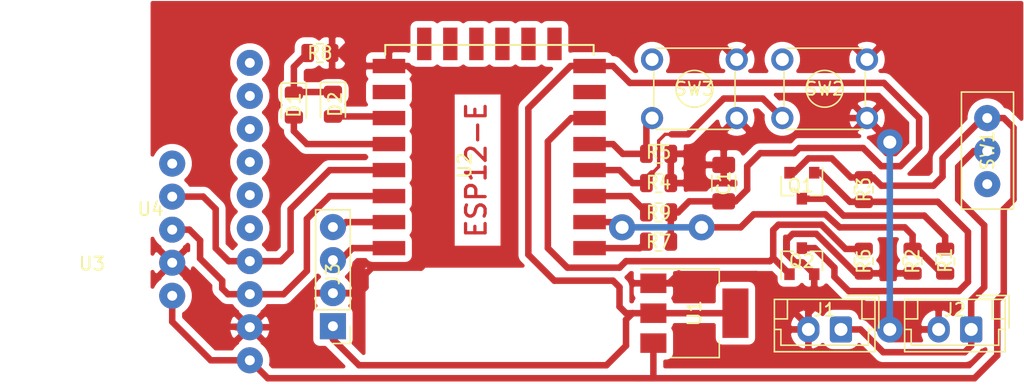
<source format=kicad_pcb>
(kicad_pcb (version 20171130) (host pcbnew 5.1.6-c6e7f7d~87~ubuntu20.04.1)

  (general
    (thickness 1.6)
    (drawings 106)
    (tracks 262)
    (zones 0)
    (modules 24)
    (nets 36)
  )

  (page A4)
  (layers
    (0 F.Cu signal)
    (31 B.Cu signal hide)
    (32 B.Adhes user hide)
    (33 F.Adhes user hide)
    (34 B.Paste user hide)
    (35 F.Paste user hide)
    (36 B.SilkS user hide)
    (37 F.SilkS user hide)
    (38 B.Mask user hide)
    (39 F.Mask user hide)
    (40 Dwgs.User user)
    (41 Cmts.User user hide)
    (42 Eco1.User user hide)
    (43 Eco2.User user)
    (44 Edge.Cuts user)
    (45 Margin user hide)
    (46 B.CrtYd user hide)
    (47 F.CrtYd user hide)
    (48 B.Fab user hide)
    (49 F.Fab user hide)
  )

  (setup
    (last_trace_width 0.5)
    (user_trace_width 0.5)
    (user_trace_width 0.75)
    (user_trace_width 1)
    (trace_clearance 0.2)
    (zone_clearance 0.508)
    (zone_45_only no)
    (trace_min 0.2)
    (via_size 0.8)
    (via_drill 0.4)
    (via_min_size 0.4)
    (via_min_drill 0.3)
    (user_via 1.5 0.5)
    (user_via 2 1)
    (uvia_size 0.3)
    (uvia_drill 0.1)
    (uvias_allowed no)
    (uvia_min_size 0.2)
    (uvia_min_drill 0.1)
    (edge_width 0.05)
    (segment_width 0.2)
    (pcb_text_width 0.3)
    (pcb_text_size 1.5 1.5)
    (mod_edge_width 0.12)
    (mod_text_size 1 1)
    (mod_text_width 0.15)
    (pad_size 2 2)
    (pad_drill 0.762)
    (pad_to_mask_clearance 0.05)
    (aux_axis_origin 0 0)
    (visible_elements FFFFFF7F)
    (pcbplotparams
      (layerselection 0x010fc_ffffffff)
      (usegerberextensions false)
      (usegerberattributes true)
      (usegerberadvancedattributes true)
      (creategerberjobfile true)
      (excludeedgelayer true)
      (linewidth 0.100000)
      (plotframeref false)
      (viasonmask false)
      (mode 1)
      (useauxorigin false)
      (hpglpennumber 1)
      (hpglpenspeed 20)
      (hpglpendiameter 15.000000)
      (psnegative false)
      (psa4output false)
      (plotreference true)
      (plotvalue true)
      (plotinvisibletext false)
      (padsonsilk false)
      (subtractmaskfromsilk false)
      (outputformat 1)
      (mirror false)
      (drillshape 1)
      (scaleselection 1)
      (outputdirectory ""))
  )

  (net 0 "")
  (net 1 +3V3)
  (net 2 GND)
  (net 3 "Net-(D1-Pad1)")
  (net 4 /LED_01)
  (net 5 /LED_02)
  (net 6 "Net-(J1-Pad1)")
  (net 7 /TXD)
  (net 8 /RXD)
  (net 9 "Net-(Q1-Pad3)")
  (net 10 +BATT)
  (net 11 "Net-(Q1-Pad1)")
  (net 12 /BAT_CHK)
  (net 13 /BAT_MEA)
  (net 14 /PB_01)
  (net 15 /PB_02)
  (net 16 /PB_RST)
  (net 17 "Net-(SW1-Pad1)")
  (net 18 "Net-(U2-Pad7)")
  (net 19 "Net-(U2-Pad10)")
  (net 20 /SDA)
  (net 21 /SCL)
  (net 22 "Net-(U2-Pad17)")
  (net 23 "Net-(U2-Pad18)")
  (net 24 "Net-(U2-Pad19)")
  (net 25 "Net-(U2-Pad20)")
  (net 26 "Net-(U2-Pad21)")
  (net 27 "Net-(U2-Pad22)")
  (net 28 "Net-(U4-Pad5)")
  (net 29 "Net-(U4-Pad6)")
  (net 30 "Net-(U4-Pad7)")
  (net 31 "Net-(U4-Pad8)")
  (net 32 "Net-(U4-Pad9)")
  (net 33 "Net-(U4-Pad10)")
  (net 34 "Net-(R9-Pad1)")
  (net 35 "Net-(U3-Pad5)")

  (net_class Default "This is the default net class."
    (clearance 0.2)
    (trace_width 0.25)
    (via_dia 0.8)
    (via_drill 0.4)
    (uvia_dia 0.3)
    (uvia_drill 0.1)
    (add_net +3V3)
    (add_net +BATT)
    (add_net /BAT_CHK)
    (add_net /BAT_MEA)
    (add_net /LED_01)
    (add_net /LED_02)
    (add_net /PB_01)
    (add_net /PB_02)
    (add_net /PB_RST)
    (add_net /RXD)
    (add_net /SCL)
    (add_net /SDA)
    (add_net /TXD)
    (add_net GND)
    (add_net "Net-(D1-Pad1)")
    (add_net "Net-(J1-Pad1)")
    (add_net "Net-(Q1-Pad1)")
    (add_net "Net-(Q1-Pad3)")
    (add_net "Net-(R9-Pad1)")
    (add_net "Net-(SW1-Pad1)")
    (add_net "Net-(U2-Pad10)")
    (add_net "Net-(U2-Pad17)")
    (add_net "Net-(U2-Pad18)")
    (add_net "Net-(U2-Pad19)")
    (add_net "Net-(U2-Pad20)")
    (add_net "Net-(U2-Pad21)")
    (add_net "Net-(U2-Pad22)")
    (add_net "Net-(U2-Pad7)")
    (add_net "Net-(U3-Pad5)")
    (add_net "Net-(U4-Pad10)")
    (add_net "Net-(U4-Pad5)")
    (add_net "Net-(U4-Pad6)")
    (add_net "Net-(U4-Pad7)")
    (add_net "Net-(U4-Pad8)")
    (add_net "Net-(U4-Pad9)")
  )

  (module Sensors:GY271 (layer F.Cu) (tedit 5FC42ECB) (tstamp 5FD66A35)
    (at 160.5 93.5 180)
    (path /5FDA90B9)
    (fp_text reference U3 (at 0 -2.7) (layer F.SilkS)
      (effects (font (size 1 1) (thickness 0.15)))
    )
    (fp_text value GY-271 (at 0 -0.7) (layer F.Fab)
      (effects (font (size 1 1) (thickness 0.15)))
    )
    (fp_line (start 4.4 2.8) (end 4.6 2.8) (layer F.Fab) (width 0.12))
    (fp_line (start 2.4 4.9) (end 2.2 5) (layer F.Fab) (width 0.12))
    (fp_line (start 2.1 4.9) (end 2.4 4.9) (layer F.Fab) (width 0.12))
    (fp_line (start 2.3 4.8) (end 2.1 4.9) (layer F.Fab) (width 0.12))
    (fp_line (start 2.5 4.8) (end 2.3 4.8) (layer F.Fab) (width 0.12))
    (fp_line (start 2.2 5.1) (end 2.5 4.8) (layer F.Fab) (width 0.12))
    (fp_line (start 1.9 4.8) (end 2.2 5.1) (layer F.Fab) (width 0.12))
    (fp_line (start 2.2 4.8) (end 1.9 4.8) (layer F.Fab) (width 0.12))
    (fp_line (start 4.4 2.8) (end 4.3 2.9) (layer F.Fab) (width 0.12))
    (fp_line (start 4.3 2.7) (end 4.4 2.8) (layer F.Fab) (width 0.12))
    (fp_line (start 4.2 2.9) (end 4.3 2.7) (layer F.Fab) (width 0.12))
    (fp_line (start 4.2 3.1) (end 4.2 2.9) (layer F.Fab) (width 0.12))
    (fp_line (start 4.6 2.8) (end 4.2 3.1) (layer F.Fab) (width 0.12))
    (fp_line (start 4.2 2.5) (end 4.6 2.8) (layer F.Fab) (width 0.12))
    (fp_line (start 4.2 2.8) (end 4.2 2.5) (layer F.Fab) (width 0.12))
    (fp_circle (center 2.2 2.8) (end 2.5 2.7) (layer F.Fab) (width 0.12))
    (fp_circle (center 2.2 2.8) (end 2.4 2.7) (layer F.Fab) (width 0.12))
    (fp_circle (center 2.2 2.8) (end 2.3 2.8) (layer F.Fab) (width 0.12))
    (fp_line (start 2.2 2.8) (end 4.2 2.8) (layer F.Fab) (width 0.12))
    (fp_line (start 2.2 2.8) (end 2.2 4.8) (layer F.Fab) (width 0.12))
    (fp_line (start 7 7) (end -8 7) (layer F.CrtYd) (width 0.12))
    (fp_line (start 7 -7) (end 7 7) (layer F.CrtYd) (width 0.12))
    (fp_line (start -8 -7) (end 7 -7) (layer F.CrtYd) (width 0.12))
    (fp_line (start -8 -7) (end -8 7) (layer F.CrtYd) (width 0.12))
    (fp_text user X (at 1.2 4.8) (layer F.Fab)
      (effects (font (size 0.75 0.75) (thickness 0.15)))
    )
    (fp_text user Y (at 4.2 1.7) (layer F.Fab)
      (effects (font (size 0.75 0.75) (thickness 0.15)))
    )
    (fp_text user Z (at 1.3 1.8) (layer F.Fab)
      (effects (font (size 0.75 0.75) (thickness 0.15)))
    )
    (pad 5 thru_hole circle (at -6.16 5 180) (size 2 2) (drill 0.762) (layers *.Cu *.Mask)
      (net 35 "Net-(U3-Pad5)"))
    (pad 4 thru_hole circle (at -6.16 2.46 180) (size 2 2) (drill 0.762) (layers *.Cu *.Mask)
      (net 20 /SDA))
    (pad 3 thru_hole circle (at -6.16 -0.08 180) (size 2 2) (drill 0.762) (layers *.Cu *.Mask)
      (net 21 /SCL))
    (pad 2 thru_hole circle (at -6.16 -2.62 180) (size 2 2) (drill 0.762) (layers *.Cu *.Mask)
      (net 2 GND))
    (pad 1 thru_hole circle (at -6.16 -5.16 180) (size 2 2) (drill 0.762) (layers *.Cu *.Mask)
      (net 10 +BATT))
  )

  (module Resistor_SMD:R_0805_2012Metric (layer F.Cu) (tedit 5B36C52B) (tstamp 5FCDD47C)
    (at 204 92.25)
    (descr "Resistor SMD 0805 (2012 Metric), square (rectangular) end terminal, IPC_7351 nominal, (Body size source: https://docs.google.com/spreadsheets/d/1BsfQQcO9C6DZCsRaXUlFlo91Tg2WpOkGARC1WS5S8t0/edit?usp=sharing), generated with kicad-footprint-generator")
    (tags resistor)
    (path /5FDC05FA)
    (attr smd)
    (fp_text reference R9 (at 0 0.024999) (layer F.SilkS)
      (effects (font (size 1 1) (thickness 0.15)))
    )
    (fp_text value 10K (at -2.5 -0.25 180) (layer F.Fab)
      (effects (font (size 1 1) (thickness 0.15)))
    )
    (fp_line (start -1 0.6) (end -1 -0.6) (layer F.Fab) (width 0.1))
    (fp_line (start -1 -0.6) (end 1 -0.6) (layer F.Fab) (width 0.1))
    (fp_line (start 1 -0.6) (end 1 0.6) (layer F.Fab) (width 0.1))
    (fp_line (start 1 0.6) (end -1 0.6) (layer F.Fab) (width 0.1))
    (fp_line (start -0.258578 -0.71) (end 0.258578 -0.71) (layer F.SilkS) (width 0.12))
    (fp_line (start -0.258578 0.71) (end 0.258578 0.71) (layer F.SilkS) (width 0.12))
    (fp_line (start -1.68 0.95) (end -1.68 -0.95) (layer F.CrtYd) (width 0.05))
    (fp_line (start -1.68 -0.95) (end 1.68 -0.95) (layer F.CrtYd) (width 0.05))
    (fp_line (start 1.68 -0.95) (end 1.68 0.95) (layer F.CrtYd) (width 0.05))
    (fp_line (start 1.68 0.95) (end -1.68 0.95) (layer F.CrtYd) (width 0.05))
    (fp_text user %R (at 0 0) (layer F.Fab)
      (effects (font (size 0.5 0.5) (thickness 0.08)))
    )
    (pad 2 smd roundrect (at 0.9375 0) (size 0.975 1.4) (layers F.Cu F.Paste F.Mask) (roundrect_rratio 0.25)
      (net 1 +3V3))
    (pad 1 smd roundrect (at -0.9375 0) (size 0.975 1.4) (layers F.Cu F.Paste F.Mask) (roundrect_rratio 0.25)
      (net 34 "Net-(R9-Pad1)"))
    (model ${KISYS3DMOD}/Resistor_SMD.3dshapes/R_0805_2012Metric.wrl
      (at (xyz 0 0 0))
      (scale (xyz 1 1 1))
      (rotate (xyz 0 0 0))
    )
  )

  (module ESP8266:ESP-12E_SMD (layer F.Cu) (tedit 58FB7FFE) (tstamp 5FCD37B2)
    (at 198 95 180)
    (descr "Module, ESP-8266, ESP-12, 16 pad, SMD")
    (tags "Module ESP-8266 ESP8266")
    (path /5FC3B7C8)
    (fp_text reference U2 (at 8.89 6.35 90) (layer F.SilkS)
      (effects (font (size 1 1) (thickness 0.15)))
    )
    (fp_text value ESP-12E (at 5.08 6.35 90) (layer F.Fab) hide
      (effects (font (size 1 1) (thickness 0.15)))
    )
    (fp_line (start -1.008 -8.4) (end 14.992 -8.4) (layer F.Fab) (width 0.05))
    (fp_line (start -1.008 15.6) (end -1.008 -8.4) (layer F.Fab) (width 0.05))
    (fp_line (start 14.992 15.6) (end -1.008 15.6) (layer F.Fab) (width 0.05))
    (fp_line (start 15 -8.4) (end 15 15.6) (layer F.Fab) (width 0.05))
    (fp_line (start -1.008 -2.6) (end 14.992 -2.6) (layer F.CrtYd) (width 0.1524))
    (fp_line (start -1.008 -8.4) (end 14.992 -2.6) (layer F.CrtYd) (width 0.1524))
    (fp_line (start 14.992 -8.4) (end -1.008 -2.6) (layer F.CrtYd) (width 0.1524))
    (fp_line (start 14.986 15.621) (end 14.986 14.859) (layer F.SilkS) (width 0.1524))
    (fp_line (start -1.016 15.621) (end 14.986 15.621) (layer F.SilkS) (width 0.1524))
    (fp_line (start -1.016 14.859) (end -1.016 15.621) (layer F.SilkS) (width 0.1524))
    (fp_line (start -1.016 -8.382) (end -1.016 -1.016) (layer F.CrtYd) (width 0.1524))
    (fp_line (start 14.986 -8.382) (end 14.986 -0.889) (layer F.CrtYd) (width 0.1524))
    (fp_line (start -1.016 -8.382) (end 14.986 -8.382) (layer F.CrtYd) (width 0.1524))
    (fp_line (start -2.25 16) (end -2.25 -0.5) (layer F.CrtYd) (width 0.05))
    (fp_line (start 16.25 16) (end -2.25 16) (layer F.CrtYd) (width 0.05))
    (fp_line (start 16.25 -8.75) (end 16.25 16) (layer F.CrtYd) (width 0.05))
    (fp_line (start 15.25 -8.75) (end 16.25 -8.75) (layer F.CrtYd) (width 0.05))
    (fp_line (start -2.25 -8.75) (end 15.25 -8.75) (layer F.CrtYd) (width 0.05))
    (fp_line (start -2.25 -0.5) (end -2.25 -8.75) (layer F.CrtYd) (width 0.05))
    (fp_text user "No Copper" (at 6.892 -5.4) (layer F.CrtYd)
      (effects (font (size 1 1) (thickness 0.15)))
    )
    (pad 1 smd rect (at 0 0 180) (size 2.5 1.1) (drill (offset -0.7 0)) (layers F.Cu F.Paste F.Mask)
      (net 16 /PB_RST))
    (pad 2 smd rect (at 0 2 180) (size 2.5 1.1) (drill (offset -0.7 0)) (layers F.Cu F.Paste F.Mask)
      (net 13 /BAT_MEA))
    (pad 3 smd rect (at 0 4 180) (size 2.5 1.1) (drill (offset -0.7 0)) (layers F.Cu F.Paste F.Mask)
      (net 34 "Net-(R9-Pad1)"))
    (pad 4 smd rect (at 0 6 180) (size 2.5 1.1) (drill (offset -0.7 0)) (layers F.Cu F.Paste F.Mask)
      (net 14 /PB_01))
    (pad 5 smd rect (at 0 8 180) (size 2.5 1.1) (drill (offset -0.7 0)) (layers F.Cu F.Paste F.Mask)
      (net 15 /PB_02))
    (pad 6 smd rect (at 0 10 180) (size 2.5 1.1) (drill (offset -0.7 0)) (layers F.Cu F.Paste F.Mask)
      (net 12 /BAT_CHK))
    (pad 7 smd rect (at 0 12 180) (size 2.5 1.1) (drill (offset -0.7 0)) (layers F.Cu F.Paste F.Mask)
      (net 18 "Net-(U2-Pad7)"))
    (pad 8 smd rect (at 0 14 180) (size 2.5 1.1) (drill (offset -0.7 0)) (layers F.Cu F.Paste F.Mask)
      (net 1 +3V3))
    (pad 9 smd rect (at 14 14 180) (size 2.5 1.1) (drill (offset 0.7 0)) (layers F.Cu F.Paste F.Mask)
      (net 2 GND))
    (pad 10 smd rect (at 14 12 180) (size 2.5 1.1) (drill (offset 0.7 0)) (layers F.Cu F.Paste F.Mask)
      (net 19 "Net-(U2-Pad10)"))
    (pad 11 smd rect (at 14 10 180) (size 2.5 1.1) (drill (offset 0.7 0)) (layers F.Cu F.Paste F.Mask)
      (net 5 /LED_02))
    (pad 12 smd rect (at 14 8 180) (size 2.5 1.1) (drill (offset 0.7 0)) (layers F.Cu F.Paste F.Mask)
      (net 4 /LED_01))
    (pad 13 smd rect (at 14 6 180) (size 2.5 1.1) (drill (offset 0.7 0)) (layers F.Cu F.Paste F.Mask)
      (net 20 /SDA))
    (pad 14 smd rect (at 14 4 180) (size 2.5 1.1) (drill (offset 0.7 0)) (layers F.Cu F.Paste F.Mask)
      (net 21 /SCL))
    (pad 15 smd rect (at 14 2 180) (size 2.5 1.1) (drill (offset 0.7 0)) (layers F.Cu F.Paste F.Mask)
      (net 8 /RXD))
    (pad 16 smd rect (at 14 0 180) (size 2.5 1.1) (drill (offset 0.7 0)) (layers F.Cu F.Paste F.Mask)
      (net 7 /TXD))
    (pad 17 smd rect (at 1.99 15 270) (size 2.5 1.1) (drill (offset -0.7 0)) (layers F.Cu F.Paste F.Mask)
      (net 22 "Net-(U2-Pad17)"))
    (pad 18 smd rect (at 3.99 15 270) (size 2.5 1.1) (drill (offset -0.7 0)) (layers F.Cu F.Paste F.Mask)
      (net 23 "Net-(U2-Pad18)"))
    (pad 19 smd rect (at 5.99 15 270) (size 2.5 1.1) (drill (offset -0.7 0)) (layers F.Cu F.Paste F.Mask)
      (net 24 "Net-(U2-Pad19)"))
    (pad 20 smd rect (at 7.99 15 270) (size 2.5 1.1) (drill (offset -0.7 0)) (layers F.Cu F.Paste F.Mask)
      (net 25 "Net-(U2-Pad20)"))
    (pad 21 smd rect (at 9.99 15 270) (size 2.5 1.1) (drill (offset -0.7 0)) (layers F.Cu F.Paste F.Mask)
      (net 26 "Net-(U2-Pad21)"))
    (pad 22 smd rect (at 11.99 15 270) (size 2.5 1.1) (drill (offset -0.7 0)) (layers F.Cu F.Paste F.Mask)
      (net 27 "Net-(U2-Pad22)"))
    (model ${ESPLIB}/ESP8266.3dshapes/ESP-12.wrl
      (at (xyz 0 0 0))
      (scale (xyz 0.3937 0.3937 0.3937))
      (rotate (xyz 0 0 0))
    )
  )

  (module Sensors:MPU9250 (layer F.Cu) (tedit 5FC42DB1) (tstamp 5FCDBA5C)
    (at 165 93 180)
    (path /5FC3AD7A)
    (fp_text reference U4 (at 0 1) (layer F.SilkS)
      (effects (font (size 1 1) (thickness 0.15)))
    )
    (fp_text value MPU9250 (at 0 3) (layer F.Fab)
      (effects (font (size 1 1) (thickness 0.15)))
    )
    (fp_circle (center 1.6 11.9) (end 1.7 11.9) (layer F.Fab) (width 0.12))
    (fp_line (start 4.4 11.8) (end 4.4 12) (layer F.Fab) (width 0.12))
    (fp_line (start 4.6 11.9) (end 4.4 11.8) (layer F.Fab) (width 0.12))
    (fp_line (start 4.3 12.2) (end 4.6 11.9) (layer F.Fab) (width 0.12))
    (fp_line (start 4.3 11.6) (end 4.3 12.2) (layer F.Fab) (width 0.12))
    (fp_line (start 4.6 11.9) (end 4.3 11.6) (layer F.Fab) (width 0.12))
    (fp_line (start 1.5 9.1) (end 1.7 9.1) (layer F.Fab) (width 0.12))
    (fp_line (start 1.9 9.2) (end 1.6 8.9) (layer F.Fab) (width 0.12))
    (fp_line (start 1.8 9.2) (end 1.9 9.2) (layer F.Fab) (width 0.12))
    (fp_line (start 1.3 9.2) (end 1.8 9.2) (layer F.Fab) (width 0.12))
    (fp_line (start 1.5 9) (end 1.3 9.2) (layer F.Fab) (width 0.12))
    (fp_line (start 1.6 8.9) (end 1.5 9) (layer F.Fab) (width 0.12))
    (fp_circle (center 1.6 11.9) (end 1.7 11.8) (layer F.Fab) (width 0.12))
    (fp_circle (center 1.6 11.9) (end 1.8 11.8) (layer F.Fab) (width 0.12))
    (fp_line (start 1.6 11.9) (end 4.6 11.9) (layer F.Fab) (width 0.12))
    (fp_line (start 1.6 8.9) (end 1.6 11.9) (layer F.Fab) (width 0.12))
    (fp_line (start 7 -12) (end -9 -12) (layer F.CrtYd) (width 0.12))
    (fp_line (start 7 14) (end 7 -12) (layer F.CrtYd) (width 0.12))
    (fp_line (start -9 14) (end 7 14) (layer F.CrtYd) (width 0.12))
    (fp_line (start -9 -12) (end -9 14) (layer F.CrtYd) (width 0.12))
    (fp_text user X (at 5.3 11.9) (layer F.Fab)
      (effects (font (size 0.75 0.75) (thickness 0.15)))
    )
    (fp_text user Z (at 2.4 11.1) (layer F.Fab)
      (effects (font (size 0.75 0.75) (thickness 0.15)))
    )
    (fp_text user Y (at 1.6 8.2) (layer F.Fab)
      (effects (font (size 0.75 0.75) (thickness 0.15)))
    )
    (pad 1 thru_hole circle (at -7.62 -10.62 180) (size 2 2) (drill 0.762) (layers *.Cu *.Mask)
      (net 10 +BATT))
    (pad 2 thru_hole circle (at -7.62 -8.08 180) (size 2 2) (drill 0.762) (layers *.Cu *.Mask)
      (net 2 GND))
    (pad 3 thru_hole circle (at -7.62 -5.54 180) (size 2 2) (drill 0.762) (layers *.Cu *.Mask)
      (net 21 /SCL))
    (pad 4 thru_hole circle (at -7.62 -3 180) (size 2 2) (drill 0.762) (layers *.Cu *.Mask)
      (net 20 /SDA))
    (pad 5 thru_hole circle (at -7.62 -0.46 180) (size 2 2) (drill 0.762) (layers *.Cu *.Mask)
      (net 28 "Net-(U4-Pad5)"))
    (pad 6 thru_hole circle (at -7.62 2.08 180) (size 2 2) (drill 0.762) (layers *.Cu *.Mask)
      (net 29 "Net-(U4-Pad6)"))
    (pad 7 thru_hole circle (at -7.62 4.62 180) (size 2 2) (drill 0.762) (layers *.Cu *.Mask)
      (net 30 "Net-(U4-Pad7)"))
    (pad 8 thru_hole circle (at -7.62 7.16 180) (size 2 2) (drill 0.762) (layers *.Cu *.Mask)
      (net 31 "Net-(U4-Pad8)"))
    (pad 9 thru_hole circle (at -7.62 9.7 180) (size 2 2) (drill 0.762) (layers *.Cu *.Mask)
      (net 32 "Net-(U4-Pad9)"))
    (pad 10 thru_hole circle (at -7.62 12.24 180) (size 2 2) (drill 0.762) (layers *.Cu *.Mask)
      (net 33 "Net-(U4-Pad10)"))
  )

  (module Connector_JST:JST_EH_B2B-EH-A_1x02_P2.50mm_Vertical (layer F.Cu) (tedit 5C28142C) (tstamp 5FCD3621)
    (at 218 101.25 180)
    (descr "JST EH series connector, B2B-EH-A (http://www.jst-mfg.com/product/pdf/eng/eEH.pdf), generated with kicad-footprint-generator")
    (tags "connector JST EH vertical")
    (path /5FD482A7)
    (fp_text reference J1 (at 1.25 1.5) (layer F.SilkS)
      (effects (font (size 1 1) (thickness 0.15)))
    )
    (fp_text value VCHRG (at 1 -3.25) (layer F.Fab)
      (effects (font (size 1 1) (thickness 0.15)))
    )
    (fp_line (start -2.5 -1.6) (end -2.5 2.2) (layer F.Fab) (width 0.1))
    (fp_line (start -2.5 2.2) (end 5 2.2) (layer F.Fab) (width 0.1))
    (fp_line (start 5 2.2) (end 5 -1.6) (layer F.Fab) (width 0.1))
    (fp_line (start 5 -1.6) (end -2.5 -1.6) (layer F.Fab) (width 0.1))
    (fp_line (start -3 -2.1) (end -3 2.7) (layer F.CrtYd) (width 0.05))
    (fp_line (start -3 2.7) (end 5.5 2.7) (layer F.CrtYd) (width 0.05))
    (fp_line (start 5.5 2.7) (end 5.5 -2.1) (layer F.CrtYd) (width 0.05))
    (fp_line (start 5.5 -2.1) (end -3 -2.1) (layer F.CrtYd) (width 0.05))
    (fp_line (start -2.61 -1.71) (end -2.61 2.31) (layer F.SilkS) (width 0.12))
    (fp_line (start -2.61 2.31) (end 5.11 2.31) (layer F.SilkS) (width 0.12))
    (fp_line (start 5.11 2.31) (end 5.11 -1.71) (layer F.SilkS) (width 0.12))
    (fp_line (start 5.11 -1.71) (end -2.61 -1.71) (layer F.SilkS) (width 0.12))
    (fp_line (start -2.61 0) (end -2.11 0) (layer F.SilkS) (width 0.12))
    (fp_line (start -2.11 0) (end -2.11 -1.21) (layer F.SilkS) (width 0.12))
    (fp_line (start -2.11 -1.21) (end 4.61 -1.21) (layer F.SilkS) (width 0.12))
    (fp_line (start 4.61 -1.21) (end 4.61 0) (layer F.SilkS) (width 0.12))
    (fp_line (start 4.61 0) (end 5.11 0) (layer F.SilkS) (width 0.12))
    (fp_line (start -2.61 0.81) (end -1.61 0.81) (layer F.SilkS) (width 0.12))
    (fp_line (start -1.61 0.81) (end -1.61 2.31) (layer F.SilkS) (width 0.12))
    (fp_line (start 5.11 0.81) (end 4.11 0.81) (layer F.SilkS) (width 0.12))
    (fp_line (start 4.11 0.81) (end 4.11 2.31) (layer F.SilkS) (width 0.12))
    (fp_line (start -2.91 0.11) (end -2.91 2.61) (layer F.SilkS) (width 0.12))
    (fp_line (start -2.91 2.61) (end -0.41 2.61) (layer F.SilkS) (width 0.12))
    (fp_line (start -2.91 0.11) (end -2.91 2.61) (layer F.Fab) (width 0.1))
    (fp_line (start -2.91 2.61) (end -0.41 2.61) (layer F.Fab) (width 0.1))
    (fp_text user %R (at 1.25 1.5) (layer F.Fab)
      (effects (font (size 1 1) (thickness 0.15)))
    )
    (pad 2 thru_hole oval (at 2.5 0 180) (size 1.7 2) (drill 1) (layers *.Cu *.Mask)
      (net 2 GND))
    (pad 1 thru_hole roundrect (at 0 0 180) (size 1.7 2) (drill 1) (layers *.Cu *.Mask) (roundrect_rratio 0.147059)
      (net 6 "Net-(J1-Pad1)"))
    (model ${KISYS3DMOD}/Connector_JST.3dshapes/JST_EH_B2B-EH-A_1x02_P2.50mm_Vertical.wrl
      (at (xyz 0 0 0))
      (scale (xyz 1 1 1))
      (rotate (xyz 0 0 0))
    )
  )

  (module Capacitor_SMD:C_1206_3216Metric (layer F.Cu) (tedit 5B301BBE) (tstamp 5FCD655E)
    (at 209 90 90)
    (descr "Capacitor SMD 1206 (3216 Metric), square (rectangular) end terminal, IPC_7351 nominal, (Body size source: http://www.tortai-tech.com/upload/download/2011102023233369053.pdf), generated with kicad-footprint-generator")
    (tags capacitor)
    (path /5FCF3502)
    (attr smd)
    (fp_text reference C1 (at 0 0 90) (layer F.SilkS)
      (effects (font (size 1 1) (thickness 0.15)))
    )
    (fp_text value 100nF (at 0.5 -2 90) (layer F.Fab)
      (effects (font (size 1 1) (thickness 0.15)))
    )
    (fp_line (start 2.28 1.12) (end -2.28 1.12) (layer F.CrtYd) (width 0.05))
    (fp_line (start 2.28 -1.12) (end 2.28 1.12) (layer F.CrtYd) (width 0.05))
    (fp_line (start -2.28 -1.12) (end 2.28 -1.12) (layer F.CrtYd) (width 0.05))
    (fp_line (start -2.28 1.12) (end -2.28 -1.12) (layer F.CrtYd) (width 0.05))
    (fp_line (start -0.602064 0.91) (end 0.602064 0.91) (layer F.SilkS) (width 0.12))
    (fp_line (start -0.602064 -0.91) (end 0.602064 -0.91) (layer F.SilkS) (width 0.12))
    (fp_line (start 1.6 0.8) (end -1.6 0.8) (layer F.Fab) (width 0.1))
    (fp_line (start 1.6 -0.8) (end 1.6 0.8) (layer F.Fab) (width 0.1))
    (fp_line (start -1.6 -0.8) (end 1.6 -0.8) (layer F.Fab) (width 0.1))
    (fp_line (start -1.6 0.8) (end -1.6 -0.8) (layer F.Fab) (width 0.1))
    (fp_text user %R (at 0 0 90) (layer F.Fab)
      (effects (font (size 0.8 0.8) (thickness 0.12)))
    )
    (pad 1 smd roundrect (at -1.4 0 90) (size 1.25 1.75) (layers F.Cu F.Paste F.Mask) (roundrect_rratio 0.2)
      (net 1 +3V3))
    (pad 2 smd roundrect (at 1.4 0 90) (size 1.25 1.75) (layers F.Cu F.Paste F.Mask) (roundrect_rratio 0.2)
      (net 2 GND))
    (model ${KISYS3DMOD}/Capacitor_SMD.3dshapes/C_1206_3216Metric.wrl
      (at (xyz 0 0 0))
      (scale (xyz 1 1 1))
      (rotate (xyz 0 0 0))
    )
  )

  (module LED_SMD:LED_0805_2012Metric (layer F.Cu) (tedit 5B36C52C) (tstamp 5FCD35EE)
    (at 176 84 270)
    (descr "LED SMD 0805 (2012 Metric), square (rectangular) end terminal, IPC_7351 nominal, (Body size source: https://docs.google.com/spreadsheets/d/1BsfQQcO9C6DZCsRaXUlFlo91Tg2WpOkGARC1WS5S8t0/edit?usp=sharing), generated with kicad-footprint-generator")
    (tags diode)
    (path /5FCBD9F6)
    (attr smd)
    (fp_text reference D1 (at 0 0 90) (layer F.SilkS)
      (effects (font (size 1 1) (thickness 0.15)))
    )
    (fp_text value LED (at 3 0 90) (layer F.Fab)
      (effects (font (size 1 1) (thickness 0.15)))
    )
    (fp_line (start 1.68 0.95) (end -1.68 0.95) (layer F.CrtYd) (width 0.05))
    (fp_line (start 1.68 -0.95) (end 1.68 0.95) (layer F.CrtYd) (width 0.05))
    (fp_line (start -1.68 -0.95) (end 1.68 -0.95) (layer F.CrtYd) (width 0.05))
    (fp_line (start -1.68 0.95) (end -1.68 -0.95) (layer F.CrtYd) (width 0.05))
    (fp_line (start -1.685 0.96) (end 1 0.96) (layer F.SilkS) (width 0.12))
    (fp_line (start -1.685 -0.96) (end -1.685 0.96) (layer F.SilkS) (width 0.12))
    (fp_line (start 1 -0.96) (end -1.685 -0.96) (layer F.SilkS) (width 0.12))
    (fp_line (start 1 0.6) (end 1 -0.6) (layer F.Fab) (width 0.1))
    (fp_line (start -1 0.6) (end 1 0.6) (layer F.Fab) (width 0.1))
    (fp_line (start -1 -0.3) (end -1 0.6) (layer F.Fab) (width 0.1))
    (fp_line (start -0.7 -0.6) (end -1 -0.3) (layer F.Fab) (width 0.1))
    (fp_line (start 1 -0.6) (end -0.7 -0.6) (layer F.Fab) (width 0.1))
    (fp_text user %R (at 0 0 90) (layer F.Fab)
      (effects (font (size 0.5 0.5) (thickness 0.08)))
    )
    (pad 1 smd roundrect (at -0.9375 0 270) (size 0.975 1.4) (layers F.Cu F.Paste F.Mask) (roundrect_rratio 0.25)
      (net 3 "Net-(D1-Pad1)"))
    (pad 2 smd roundrect (at 0.9375 0 270) (size 0.975 1.4) (layers F.Cu F.Paste F.Mask) (roundrect_rratio 0.25)
      (net 4 /LED_01))
    (model ${KISYS3DMOD}/LED_SMD.3dshapes/LED_0805_2012Metric.wrl
      (at (xyz 0 0 0))
      (scale (xyz 1 1 1))
      (rotate (xyz 0 0 0))
    )
  )

  (module LED_SMD:LED_0805_2012Metric (layer F.Cu) (tedit 5B36C52C) (tstamp 5FCD3601)
    (at 179 83.9375 270)
    (descr "LED SMD 0805 (2012 Metric), square (rectangular) end terminal, IPC_7351 nominal, (Body size source: https://docs.google.com/spreadsheets/d/1BsfQQcO9C6DZCsRaXUlFlo91Tg2WpOkGARC1WS5S8t0/edit?usp=sharing), generated with kicad-footprint-generator")
    (tags diode)
    (path /5FCBE3D8)
    (attr smd)
    (fp_text reference D2 (at 0 -0.170001 90) (layer F.SilkS)
      (effects (font (size 1 1) (thickness 0.15)))
    )
    (fp_text value LED (at 3.0625 0 90) (layer F.Fab)
      (effects (font (size 1 1) (thickness 0.15)))
    )
    (fp_line (start 1 -0.6) (end -0.7 -0.6) (layer F.Fab) (width 0.1))
    (fp_line (start -0.7 -0.6) (end -1 -0.3) (layer F.Fab) (width 0.1))
    (fp_line (start -1 -0.3) (end -1 0.6) (layer F.Fab) (width 0.1))
    (fp_line (start -1 0.6) (end 1 0.6) (layer F.Fab) (width 0.1))
    (fp_line (start 1 0.6) (end 1 -0.6) (layer F.Fab) (width 0.1))
    (fp_line (start 1 -0.96) (end -1.685 -0.96) (layer F.SilkS) (width 0.12))
    (fp_line (start -1.685 -0.96) (end -1.685 0.96) (layer F.SilkS) (width 0.12))
    (fp_line (start -1.685 0.96) (end 1 0.96) (layer F.SilkS) (width 0.12))
    (fp_line (start -1.68 0.95) (end -1.68 -0.95) (layer F.CrtYd) (width 0.05))
    (fp_line (start -1.68 -0.95) (end 1.68 -0.95) (layer F.CrtYd) (width 0.05))
    (fp_line (start 1.68 -0.95) (end 1.68 0.95) (layer F.CrtYd) (width 0.05))
    (fp_line (start 1.68 0.95) (end -1.68 0.95) (layer F.CrtYd) (width 0.05))
    (fp_text user %R (at 0 0 90) (layer F.Fab)
      (effects (font (size 0.5 0.5) (thickness 0.08)))
    )
    (pad 2 smd roundrect (at 0.9375 0 270) (size 0.975 1.4) (layers F.Cu F.Paste F.Mask) (roundrect_rratio 0.25)
      (net 5 /LED_02))
    (pad 1 smd roundrect (at -0.9375 0 270) (size 0.975 1.4) (layers F.Cu F.Paste F.Mask) (roundrect_rratio 0.25)
      (net 3 "Net-(D1-Pad1)"))
    (model ${KISYS3DMOD}/LED_SMD.3dshapes/LED_0805_2012Metric.wrl
      (at (xyz 0 0 0))
      (scale (xyz 1 1 1))
      (rotate (xyz 0 0 0))
    )
  )

  (module Connector_JST:JST_EH_B2B-EH-A_1x02_P2.50mm_Vertical (layer F.Cu) (tedit 5C28142C) (tstamp 5FCD3641)
    (at 228 101.25 180)
    (descr "JST EH series connector, B2B-EH-A (http://www.jst-mfg.com/product/pdf/eng/eEH.pdf), generated with kicad-footprint-generator")
    (tags "connector JST EH vertical")
    (path /5FD37F4C)
    (fp_text reference J2 (at 1.25 1.5) (layer F.SilkS)
      (effects (font (size 1 1) (thickness 0.15)))
    )
    (fp_text value VBATT (at 1.25 -3.25) (layer F.Fab)
      (effects (font (size 1 1) (thickness 0.15)))
    )
    (fp_line (start -2.91 2.61) (end -0.41 2.61) (layer F.Fab) (width 0.1))
    (fp_line (start -2.91 0.11) (end -2.91 2.61) (layer F.Fab) (width 0.1))
    (fp_line (start -2.91 2.61) (end -0.41 2.61) (layer F.SilkS) (width 0.12))
    (fp_line (start -2.91 0.11) (end -2.91 2.61) (layer F.SilkS) (width 0.12))
    (fp_line (start 4.11 0.81) (end 4.11 2.31) (layer F.SilkS) (width 0.12))
    (fp_line (start 5.11 0.81) (end 4.11 0.81) (layer F.SilkS) (width 0.12))
    (fp_line (start -1.61 0.81) (end -1.61 2.31) (layer F.SilkS) (width 0.12))
    (fp_line (start -2.61 0.81) (end -1.61 0.81) (layer F.SilkS) (width 0.12))
    (fp_line (start 4.61 0) (end 5.11 0) (layer F.SilkS) (width 0.12))
    (fp_line (start 4.61 -1.21) (end 4.61 0) (layer F.SilkS) (width 0.12))
    (fp_line (start -2.11 -1.21) (end 4.61 -1.21) (layer F.SilkS) (width 0.12))
    (fp_line (start -2.11 0) (end -2.11 -1.21) (layer F.SilkS) (width 0.12))
    (fp_line (start -2.61 0) (end -2.11 0) (layer F.SilkS) (width 0.12))
    (fp_line (start 5.11 -1.71) (end -2.61 -1.71) (layer F.SilkS) (width 0.12))
    (fp_line (start 5.11 2.31) (end 5.11 -1.71) (layer F.SilkS) (width 0.12))
    (fp_line (start -2.61 2.31) (end 5.11 2.31) (layer F.SilkS) (width 0.12))
    (fp_line (start -2.61 -1.71) (end -2.61 2.31) (layer F.SilkS) (width 0.12))
    (fp_line (start 5.5 -2.1) (end -3 -2.1) (layer F.CrtYd) (width 0.05))
    (fp_line (start 5.5 2.7) (end 5.5 -2.1) (layer F.CrtYd) (width 0.05))
    (fp_line (start -3 2.7) (end 5.5 2.7) (layer F.CrtYd) (width 0.05))
    (fp_line (start -3 -2.1) (end -3 2.7) (layer F.CrtYd) (width 0.05))
    (fp_line (start 5 -1.6) (end -2.5 -1.6) (layer F.Fab) (width 0.1))
    (fp_line (start 5 2.2) (end 5 -1.6) (layer F.Fab) (width 0.1))
    (fp_line (start -2.5 2.2) (end 5 2.2) (layer F.Fab) (width 0.1))
    (fp_line (start -2.5 -1.6) (end -2.5 2.2) (layer F.Fab) (width 0.1))
    (fp_text user %R (at 1.25 1.5) (layer F.Fab)
      (effects (font (size 1 1) (thickness 0.15)))
    )
    (pad 1 thru_hole roundrect (at 0 0 180) (size 1.7 2) (drill 1) (layers *.Cu *.Mask) (roundrect_rratio 0.147059)
      (net 6 "Net-(J1-Pad1)"))
    (pad 2 thru_hole oval (at 2.5 0 180) (size 1.7 2) (drill 1) (layers *.Cu *.Mask)
      (net 2 GND))
    (model ${KISYS3DMOD}/Connector_JST.3dshapes/JST_EH_B2B-EH-A_1x02_P2.50mm_Vertical.wrl
      (at (xyz 0 0 0))
      (scale (xyz 1 1 1))
      (rotate (xyz 0 0 0))
    )
  )

  (module Connector_PinHeader_2.54mm:PinHeader_1x04_P2.54mm_Vertical (layer F.Cu) (tedit 5FD7E538) (tstamp 5FCD3659)
    (at 179 101 180)
    (descr "Through hole straight pin header, 1x04, 2.54mm pitch, single row")
    (tags "Through hole pin header THT 1x04 2.54mm single row")
    (path /5FDD9627)
    (fp_text reference J3 (at 0 4 90) (layer F.SilkS)
      (effects (font (size 1 1) (thickness 0.15)))
    )
    (fp_text value Serial (at 3 7.25 90) (layer F.Fab)
      (effects (font (size 1 1) (thickness 0.15)))
    )
    (fp_line (start 1.8 -1.8) (end -1.8 -1.8) (layer F.CrtYd) (width 0.05))
    (fp_line (start 1.8 9.4) (end 1.8 -1.8) (layer F.CrtYd) (width 0.05))
    (fp_line (start -1.8 9.4) (end 1.8 9.4) (layer F.CrtYd) (width 0.05))
    (fp_line (start -1.8 -1.8) (end -1.8 9.4) (layer F.CrtYd) (width 0.05))
    (fp_line (start -1.33 -1.33) (end 0 -1.33) (layer F.SilkS) (width 0.12))
    (fp_line (start -1.33 0) (end -1.33 -1.33) (layer F.SilkS) (width 0.12))
    (fp_line (start -1.33 1.27) (end 1.33 1.27) (layer F.SilkS) (width 0.12))
    (fp_line (start 1.33 1.27) (end 1.33 8.95) (layer F.SilkS) (width 0.12))
    (fp_line (start -1.33 1.27) (end -1.33 8.95) (layer F.SilkS) (width 0.12))
    (fp_line (start -1.33 8.95) (end 1.33 8.95) (layer F.SilkS) (width 0.12))
    (fp_line (start -1.27 -0.635) (end -0.635 -1.27) (layer F.Fab) (width 0.1))
    (fp_line (start -1.27 8.89) (end -1.27 -0.635) (layer F.Fab) (width 0.1))
    (fp_line (start 1.27 8.89) (end -1.27 8.89) (layer F.Fab) (width 0.1))
    (fp_line (start 1.27 -1.27) (end 1.27 8.89) (layer F.Fab) (width 0.1))
    (fp_line (start -0.635 -1.27) (end 1.27 -1.27) (layer F.Fab) (width 0.1))
    (fp_text user %R (at 0 3.81 90) (layer F.Fab)
      (effects (font (size 1 1) (thickness 0.15)))
    )
    (pad 1 thru_hole rect (at 0 0 180) (size 2 2) (drill 0.762) (layers *.Cu *.Mask)
      (net 1 +3V3))
    (pad 2 thru_hole oval (at 0 2.54 180) (size 2 2) (drill 0.762) (layers *.Cu *.Mask)
      (net 2 GND))
    (pad 3 thru_hole oval (at 0 5.08 180) (size 2 2) (drill 0.762) (layers *.Cu *.Mask)
      (net 7 /TXD))
    (pad 4 thru_hole oval (at 0 7.62 180) (size 2 2) (drill 0.762) (layers *.Cu *.Mask)
      (net 8 /RXD))
    (model ${KISYS3DMOD}/Connector_PinHeader_2.54mm.3dshapes/PinHeader_1x04_P2.54mm_Vertical.wrl
      (at (xyz 0 0 0))
      (scale (xyz 1 1 1))
      (rotate (xyz 0 0 0))
    )
  )

  (module Package_TO_SOT_SMD:SOT-23 (layer F.Cu) (tedit 5A02FF57) (tstamp 5FCD366E)
    (at 215 90.2 270)
    (descr "SOT-23, Standard")
    (tags SOT-23)
    (path /5FD82EA4)
    (attr smd)
    (fp_text reference Q1 (at 0 0.104999 180) (layer F.SilkS)
      (effects (font (size 1 1) (thickness 0.15)))
    )
    (fp_text value AO3401A (at -2.75 0) (layer F.Fab)
      (effects (font (size 1 1) (thickness 0.15)))
    )
    (fp_line (start -0.7 -0.95) (end -0.7 1.5) (layer F.Fab) (width 0.1))
    (fp_line (start -0.15 -1.52) (end 0.7 -1.52) (layer F.Fab) (width 0.1))
    (fp_line (start -0.7 -0.95) (end -0.15 -1.52) (layer F.Fab) (width 0.1))
    (fp_line (start 0.7 -1.52) (end 0.7 1.52) (layer F.Fab) (width 0.1))
    (fp_line (start -0.7 1.52) (end 0.7 1.52) (layer F.Fab) (width 0.1))
    (fp_line (start 0.76 1.58) (end 0.76 0.65) (layer F.SilkS) (width 0.12))
    (fp_line (start 0.76 -1.58) (end 0.76 -0.65) (layer F.SilkS) (width 0.12))
    (fp_line (start -1.7 -1.75) (end 1.7 -1.75) (layer F.CrtYd) (width 0.05))
    (fp_line (start 1.7 -1.75) (end 1.7 1.75) (layer F.CrtYd) (width 0.05))
    (fp_line (start 1.7 1.75) (end -1.7 1.75) (layer F.CrtYd) (width 0.05))
    (fp_line (start -1.7 1.75) (end -1.7 -1.75) (layer F.CrtYd) (width 0.05))
    (fp_line (start 0.76 -1.58) (end -1.4 -1.58) (layer F.SilkS) (width 0.12))
    (fp_line (start 0.76 1.58) (end -0.7 1.58) (layer F.SilkS) (width 0.12))
    (fp_text user %R (at 0 0) (layer F.Fab)
      (effects (font (size 0.5 0.5) (thickness 0.075)))
    )
    (pad 3 smd rect (at 1 0 270) (size 0.9 0.8) (layers F.Cu F.Paste F.Mask)
      (net 9 "Net-(Q1-Pad3)"))
    (pad 2 smd rect (at -1 0.95 270) (size 0.9 0.8) (layers F.Cu F.Paste F.Mask)
      (net 10 +BATT))
    (pad 1 smd rect (at -1 -0.95 270) (size 0.9 0.8) (layers F.Cu F.Paste F.Mask)
      (net 11 "Net-(Q1-Pad1)"))
    (model ${KISYS3DMOD}/Package_TO_SOT_SMD.3dshapes/SOT-23.wrl
      (at (xyz 0 0 0))
      (scale (xyz 1 1 1))
      (rotate (xyz 0 0 0))
    )
  )

  (module Package_TO_SOT_SMD:SOT-23 (layer F.Cu) (tedit 5A02FF57) (tstamp 5FCD643A)
    (at 215 96 90)
    (descr "SOT-23, Standard")
    (tags SOT-23)
    (path /5FC4BF73)
    (attr smd)
    (fp_text reference Q2 (at 0 0 180) (layer F.SilkS)
      (effects (font (size 1 1) (thickness 0.15)))
    )
    (fp_text value 2N7002K (at 2.5 0) (layer F.Fab)
      (effects (font (size 1 1) (thickness 0.15)))
    )
    (fp_line (start 0.76 1.58) (end -0.7 1.58) (layer F.SilkS) (width 0.12))
    (fp_line (start 0.76 -1.58) (end -1.4 -1.58) (layer F.SilkS) (width 0.12))
    (fp_line (start -1.7 1.75) (end -1.7 -1.75) (layer F.CrtYd) (width 0.05))
    (fp_line (start 1.7 1.75) (end -1.7 1.75) (layer F.CrtYd) (width 0.05))
    (fp_line (start 1.7 -1.75) (end 1.7 1.75) (layer F.CrtYd) (width 0.05))
    (fp_line (start -1.7 -1.75) (end 1.7 -1.75) (layer F.CrtYd) (width 0.05))
    (fp_line (start 0.76 -1.58) (end 0.76 -0.65) (layer F.SilkS) (width 0.12))
    (fp_line (start 0.76 1.58) (end 0.76 0.65) (layer F.SilkS) (width 0.12))
    (fp_line (start -0.7 1.52) (end 0.7 1.52) (layer F.Fab) (width 0.1))
    (fp_line (start 0.7 -1.52) (end 0.7 1.52) (layer F.Fab) (width 0.1))
    (fp_line (start -0.7 -0.95) (end -0.15 -1.52) (layer F.Fab) (width 0.1))
    (fp_line (start -0.15 -1.52) (end 0.7 -1.52) (layer F.Fab) (width 0.1))
    (fp_line (start -0.7 -0.95) (end -0.7 1.5) (layer F.Fab) (width 0.1))
    (fp_text user %R (at 0 0 180) (layer F.Fab)
      (effects (font (size 0.5 0.5) (thickness 0.075)))
    )
    (pad 1 smd rect (at -1 -0.95 90) (size 0.9 0.8) (layers F.Cu F.Paste F.Mask)
      (net 12 /BAT_CHK))
    (pad 2 smd rect (at -1 0.95 90) (size 0.9 0.8) (layers F.Cu F.Paste F.Mask)
      (net 2 GND))
    (pad 3 smd rect (at 1 0 90) (size 0.9 0.8) (layers F.Cu F.Paste F.Mask)
      (net 11 "Net-(Q1-Pad1)"))
    (model ${KISYS3DMOD}/Package_TO_SOT_SMD.3dshapes/SOT-23.wrl
      (at (xyz 0 0 0))
      (scale (xyz 1 1 1))
      (rotate (xyz 0 0 0))
    )
  )

  (module Resistor_SMD:R_0805_2012Metric (layer F.Cu) (tedit 5B36C52B) (tstamp 5FCD8208)
    (at 226 96 270)
    (descr "Resistor SMD 0805 (2012 Metric), square (rectangular) end terminal, IPC_7351 nominal, (Body size source: https://docs.google.com/spreadsheets/d/1BsfQQcO9C6DZCsRaXUlFlo91Tg2WpOkGARC1WS5S8t0/edit?usp=sharing), generated with kicad-footprint-generator")
    (tags resistor)
    (path /5FC52913)
    (attr smd)
    (fp_text reference R1 (at -0.0625 0 90) (layer F.SilkS)
      (effects (font (size 1 1) (thickness 0.15)))
    )
    (fp_text value 10K (at 0 -1.75 90) (layer F.Fab)
      (effects (font (size 1 1) (thickness 0.15)))
    )
    (fp_line (start -1 0.6) (end -1 -0.6) (layer F.Fab) (width 0.1))
    (fp_line (start -1 -0.6) (end 1 -0.6) (layer F.Fab) (width 0.1))
    (fp_line (start 1 -0.6) (end 1 0.6) (layer F.Fab) (width 0.1))
    (fp_line (start 1 0.6) (end -1 0.6) (layer F.Fab) (width 0.1))
    (fp_line (start -0.258578 -0.71) (end 0.258578 -0.71) (layer F.SilkS) (width 0.12))
    (fp_line (start -0.258578 0.71) (end 0.258578 0.71) (layer F.SilkS) (width 0.12))
    (fp_line (start -1.68 0.95) (end -1.68 -0.95) (layer F.CrtYd) (width 0.05))
    (fp_line (start -1.68 -0.95) (end 1.68 -0.95) (layer F.CrtYd) (width 0.05))
    (fp_line (start 1.68 -0.95) (end 1.68 0.95) (layer F.CrtYd) (width 0.05))
    (fp_line (start 1.68 0.95) (end -1.68 0.95) (layer F.CrtYd) (width 0.05))
    (fp_text user %R (at 0 0 90) (layer F.Fab)
      (effects (font (size 0.5 0.5) (thickness 0.08)))
    )
    (pad 2 smd roundrect (at 0.9375 0 270) (size 0.975 1.4) (layers F.Cu F.Paste F.Mask) (roundrect_rratio 0.25)
      (net 13 /BAT_MEA))
    (pad 1 smd roundrect (at -0.9375 0 270) (size 0.975 1.4) (layers F.Cu F.Paste F.Mask) (roundrect_rratio 0.25)
      (net 9 "Net-(Q1-Pad3)"))
    (model ${KISYS3DMOD}/Resistor_SMD.3dshapes/R_0805_2012Metric.wrl
      (at (xyz 0 0 0))
      (scale (xyz 1 1 1))
      (rotate (xyz 0 0 0))
    )
  )

  (module Resistor_SMD:R_0805_2012Metric (layer F.Cu) (tedit 5B36C52B) (tstamp 5FCD36A5)
    (at 223.5 96 270)
    (descr "Resistor SMD 0805 (2012 Metric), square (rectangular) end terminal, IPC_7351 nominal, (Body size source: https://docs.google.com/spreadsheets/d/1BsfQQcO9C6DZCsRaXUlFlo91Tg2WpOkGARC1WS5S8t0/edit?usp=sharing), generated with kicad-footprint-generator")
    (tags resistor)
    (path /5FC53132)
    (attr smd)
    (fp_text reference R2 (at 0 0 90) (layer F.SilkS)
      (effects (font (size 1 1) (thickness 0.15)))
    )
    (fp_text value 10K (at 0 1.75 90) (layer F.Fab)
      (effects (font (size 1 1) (thickness 0.15)))
    )
    (fp_line (start 1.68 0.95) (end -1.68 0.95) (layer F.CrtYd) (width 0.05))
    (fp_line (start 1.68 -0.95) (end 1.68 0.95) (layer F.CrtYd) (width 0.05))
    (fp_line (start -1.68 -0.95) (end 1.68 -0.95) (layer F.CrtYd) (width 0.05))
    (fp_line (start -1.68 0.95) (end -1.68 -0.95) (layer F.CrtYd) (width 0.05))
    (fp_line (start -0.258578 0.71) (end 0.258578 0.71) (layer F.SilkS) (width 0.12))
    (fp_line (start -0.258578 -0.71) (end 0.258578 -0.71) (layer F.SilkS) (width 0.12))
    (fp_line (start 1 0.6) (end -1 0.6) (layer F.Fab) (width 0.1))
    (fp_line (start 1 -0.6) (end 1 0.6) (layer F.Fab) (width 0.1))
    (fp_line (start -1 -0.6) (end 1 -0.6) (layer F.Fab) (width 0.1))
    (fp_line (start -1 0.6) (end -1 -0.6) (layer F.Fab) (width 0.1))
    (fp_text user %R (at 0 0 90) (layer F.Fab)
      (effects (font (size 0.5 0.5) (thickness 0.08)))
    )
    (pad 1 smd roundrect (at -0.9375 0 270) (size 0.975 1.4) (layers F.Cu F.Paste F.Mask) (roundrect_rratio 0.25)
      (net 13 /BAT_MEA))
    (pad 2 smd roundrect (at 0.9375 0 270) (size 0.975 1.4) (layers F.Cu F.Paste F.Mask) (roundrect_rratio 0.25)
      (net 2 GND))
    (model ${KISYS3DMOD}/Resistor_SMD.3dshapes/R_0805_2012Metric.wrl
      (at (xyz 0 0 0))
      (scale (xyz 1 1 1))
      (rotate (xyz 0 0 0))
    )
  )

  (module Resistor_SMD:R_0805_2012Metric (layer F.Cu) (tedit 5B36C52B) (tstamp 5FCD826B)
    (at 219.75 90.5 90)
    (descr "Resistor SMD 0805 (2012 Metric), square (rectangular) end terminal, IPC_7351 nominal, (Body size source: https://docs.google.com/spreadsheets/d/1BsfQQcO9C6DZCsRaXUlFlo91Tg2WpOkGARC1WS5S8t0/edit?usp=sharing), generated with kicad-footprint-generator")
    (tags resistor)
    (path /5FC7F56F)
    (attr smd)
    (fp_text reference R3 (at 0 0 90) (layer F.SilkS)
      (effects (font (size 1 1) (thickness 0.15)))
    )
    (fp_text value 10K (at 0 1.65 90) (layer F.Fab)
      (effects (font (size 1 1) (thickness 0.15)))
    )
    (fp_line (start -1 0.6) (end -1 -0.6) (layer F.Fab) (width 0.1))
    (fp_line (start -1 -0.6) (end 1 -0.6) (layer F.Fab) (width 0.1))
    (fp_line (start 1 -0.6) (end 1 0.6) (layer F.Fab) (width 0.1))
    (fp_line (start 1 0.6) (end -1 0.6) (layer F.Fab) (width 0.1))
    (fp_line (start -0.258578 -0.71) (end 0.258578 -0.71) (layer F.SilkS) (width 0.12))
    (fp_line (start -0.258578 0.71) (end 0.258578 0.71) (layer F.SilkS) (width 0.12))
    (fp_line (start -1.68 0.95) (end -1.68 -0.95) (layer F.CrtYd) (width 0.05))
    (fp_line (start -1.68 -0.95) (end 1.68 -0.95) (layer F.CrtYd) (width 0.05))
    (fp_line (start 1.68 -0.95) (end 1.68 0.95) (layer F.CrtYd) (width 0.05))
    (fp_line (start 1.68 0.95) (end -1.68 0.95) (layer F.CrtYd) (width 0.05))
    (fp_text user %R (at 0 0 90) (layer F.Fab)
      (effects (font (size 0.5 0.5) (thickness 0.08)))
    )
    (pad 2 smd roundrect (at 0.9375 0 90) (size 0.975 1.4) (layers F.Cu F.Paste F.Mask) (roundrect_rratio 0.25)
      (net 10 +BATT))
    (pad 1 smd roundrect (at -0.9375 0 90) (size 0.975 1.4) (layers F.Cu F.Paste F.Mask) (roundrect_rratio 0.25)
      (net 11 "Net-(Q1-Pad1)"))
    (model ${KISYS3DMOD}/Resistor_SMD.3dshapes/R_0805_2012Metric.wrl
      (at (xyz 0 0 0))
      (scale (xyz 1 1 1))
      (rotate (xyz 0 0 0))
    )
  )

  (module Resistor_SMD:R_0805_2012Metric (layer F.Cu) (tedit 5B36C52B) (tstamp 5FCD72A8)
    (at 204 90 180)
    (descr "Resistor SMD 0805 (2012 Metric), square (rectangular) end terminal, IPC_7351 nominal, (Body size source: https://docs.google.com/spreadsheets/d/1BsfQQcO9C6DZCsRaXUlFlo91Tg2WpOkGARC1WS5S8t0/edit?usp=sharing), generated with kicad-footprint-generator")
    (tags resistor)
    (path /5FCAFFFB)
    (attr smd)
    (fp_text reference R4 (at 0 0.024999) (layer F.SilkS)
      (effects (font (size 1 1) (thickness 0.15)))
    )
    (fp_text value 10K (at 2.5 0.5 180) (layer F.Fab)
      (effects (font (size 1 1) (thickness 0.15)))
    )
    (fp_line (start -1 0.6) (end -1 -0.6) (layer F.Fab) (width 0.1))
    (fp_line (start -1 -0.6) (end 1 -0.6) (layer F.Fab) (width 0.1))
    (fp_line (start 1 -0.6) (end 1 0.6) (layer F.Fab) (width 0.1))
    (fp_line (start 1 0.6) (end -1 0.6) (layer F.Fab) (width 0.1))
    (fp_line (start -0.258578 -0.71) (end 0.258578 -0.71) (layer F.SilkS) (width 0.12))
    (fp_line (start -0.258578 0.71) (end 0.258578 0.71) (layer F.SilkS) (width 0.12))
    (fp_line (start -1.68 0.95) (end -1.68 -0.95) (layer F.CrtYd) (width 0.05))
    (fp_line (start -1.68 -0.95) (end 1.68 -0.95) (layer F.CrtYd) (width 0.05))
    (fp_line (start 1.68 -0.95) (end 1.68 0.95) (layer F.CrtYd) (width 0.05))
    (fp_line (start 1.68 0.95) (end -1.68 0.95) (layer F.CrtYd) (width 0.05))
    (fp_text user %R (at 0 0) (layer F.Fab)
      (effects (font (size 0.5 0.5) (thickness 0.08)))
    )
    (pad 2 smd roundrect (at 0.9375 0 180) (size 0.975 1.4) (layers F.Cu F.Paste F.Mask) (roundrect_rratio 0.25)
      (net 14 /PB_01))
    (pad 1 smd roundrect (at -0.9375 0 180) (size 0.975 1.4) (layers F.Cu F.Paste F.Mask) (roundrect_rratio 0.25)
      (net 2 GND))
    (model ${KISYS3DMOD}/Resistor_SMD.3dshapes/R_0805_2012Metric.wrl
      (at (xyz 0 0 0))
      (scale (xyz 1 1 1))
      (rotate (xyz 0 0 0))
    )
  )

  (module Resistor_SMD:R_0805_2012Metric (layer F.Cu) (tedit 5B36C52B) (tstamp 5FCD7427)
    (at 204 87.75 180)
    (descr "Resistor SMD 0805 (2012 Metric), square (rectangular) end terminal, IPC_7351 nominal, (Body size source: https://docs.google.com/spreadsheets/d/1BsfQQcO9C6DZCsRaXUlFlo91Tg2WpOkGARC1WS5S8t0/edit?usp=sharing), generated with kicad-footprint-generator")
    (tags resistor)
    (path /5FCB1F29)
    (attr smd)
    (fp_text reference R5 (at 0 0.124999) (layer F.SilkS)
      (effects (font (size 1 1) (thickness 0.15)))
    )
    (fp_text value 10K (at 2.5 0.75 180) (layer F.Fab)
      (effects (font (size 1 1) (thickness 0.15)))
    )
    (fp_line (start 1.68 0.95) (end -1.68 0.95) (layer F.CrtYd) (width 0.05))
    (fp_line (start 1.68 -0.95) (end 1.68 0.95) (layer F.CrtYd) (width 0.05))
    (fp_line (start -1.68 -0.95) (end 1.68 -0.95) (layer F.CrtYd) (width 0.05))
    (fp_line (start -1.68 0.95) (end -1.68 -0.95) (layer F.CrtYd) (width 0.05))
    (fp_line (start -0.258578 0.71) (end 0.258578 0.71) (layer F.SilkS) (width 0.12))
    (fp_line (start -0.258578 -0.71) (end 0.258578 -0.71) (layer F.SilkS) (width 0.12))
    (fp_line (start 1 0.6) (end -1 0.6) (layer F.Fab) (width 0.1))
    (fp_line (start 1 -0.6) (end 1 0.6) (layer F.Fab) (width 0.1))
    (fp_line (start -1 -0.6) (end 1 -0.6) (layer F.Fab) (width 0.1))
    (fp_line (start -1 0.6) (end -1 -0.6) (layer F.Fab) (width 0.1))
    (fp_text user %R (at 0 0) (layer F.Fab)
      (effects (font (size 0.5 0.5) (thickness 0.08)))
    )
    (pad 1 smd roundrect (at -0.9375 0 180) (size 0.975 1.4) (layers F.Cu F.Paste F.Mask) (roundrect_rratio 0.25)
      (net 2 GND))
    (pad 2 smd roundrect (at 0.9375 0 180) (size 0.975 1.4) (layers F.Cu F.Paste F.Mask) (roundrect_rratio 0.25)
      (net 15 /PB_02))
    (model ${KISYS3DMOD}/Resistor_SMD.3dshapes/R_0805_2012Metric.wrl
      (at (xyz 0 0 0))
      (scale (xyz 1 1 1))
      (rotate (xyz 0 0 0))
    )
  )

  (module Resistor_SMD:R_0805_2012Metric (layer F.Cu) (tedit 5B36C52B) (tstamp 5FCD757E)
    (at 219.75 96 270)
    (descr "Resistor SMD 0805 (2012 Metric), square (rectangular) end terminal, IPC_7351 nominal, (Body size source: https://docs.google.com/spreadsheets/d/1BsfQQcO9C6DZCsRaXUlFlo91Tg2WpOkGARC1WS5S8t0/edit?usp=sharing), generated with kicad-footprint-generator")
    (tags resistor)
    (path /5FC74DC0)
    (attr smd)
    (fp_text reference R6 (at 0 0 90) (layer F.SilkS)
      (effects (font (size 1 1) (thickness 0.15)))
    )
    (fp_text value 10K (at -0.1 1.75 90) (layer F.Fab)
      (effects (font (size 1 1) (thickness 0.15)))
    )
    (fp_line (start 1.68 0.95) (end -1.68 0.95) (layer F.CrtYd) (width 0.05))
    (fp_line (start 1.68 -0.95) (end 1.68 0.95) (layer F.CrtYd) (width 0.05))
    (fp_line (start -1.68 -0.95) (end 1.68 -0.95) (layer F.CrtYd) (width 0.05))
    (fp_line (start -1.68 0.95) (end -1.68 -0.95) (layer F.CrtYd) (width 0.05))
    (fp_line (start -0.258578 0.71) (end 0.258578 0.71) (layer F.SilkS) (width 0.12))
    (fp_line (start -0.258578 -0.71) (end 0.258578 -0.71) (layer F.SilkS) (width 0.12))
    (fp_line (start 1 0.6) (end -1 0.6) (layer F.Fab) (width 0.1))
    (fp_line (start 1 -0.6) (end 1 0.6) (layer F.Fab) (width 0.1))
    (fp_line (start -1 -0.6) (end 1 -0.6) (layer F.Fab) (width 0.1))
    (fp_line (start -1 0.6) (end -1 -0.6) (layer F.Fab) (width 0.1))
    (fp_text user %R (at 0 0 90) (layer F.Fab)
      (effects (font (size 0.5 0.5) (thickness 0.08)))
    )
    (pad 1 smd roundrect (at -0.9375 0 270) (size 0.975 1.4) (layers F.Cu F.Paste F.Mask) (roundrect_rratio 0.25)
      (net 12 /BAT_CHK))
    (pad 2 smd roundrect (at 0.9375 0 270) (size 0.975 1.4) (layers F.Cu F.Paste F.Mask) (roundrect_rratio 0.25)
      (net 2 GND))
    (model ${KISYS3DMOD}/Resistor_SMD.3dshapes/R_0805_2012Metric.wrl
      (at (xyz 0 0 0))
      (scale (xyz 1 1 1))
      (rotate (xyz 0 0 0))
    )
  )

  (module Resistor_SMD:R_0805_2012Metric (layer F.Cu) (tedit 5B36C52B) (tstamp 5FCD7810)
    (at 204 94.5 180)
    (descr "Resistor SMD 0805 (2012 Metric), square (rectangular) end terminal, IPC_7351 nominal, (Body size source: https://docs.google.com/spreadsheets/d/1BsfQQcO9C6DZCsRaXUlFlo91Tg2WpOkGARC1WS5S8t0/edit?usp=sharing), generated with kicad-footprint-generator")
    (tags resistor)
    (path /5FE5A559)
    (attr smd)
    (fp_text reference R7 (at 0 0) (layer F.SilkS)
      (effects (font (size 1 1) (thickness 0.15)))
    )
    (fp_text value 10K (at 2.5 -0.5) (layer F.Fab)
      (effects (font (size 1 1) (thickness 0.15)))
    )
    (fp_line (start 1.68 0.95) (end -1.68 0.95) (layer F.CrtYd) (width 0.05))
    (fp_line (start 1.68 -0.95) (end 1.68 0.95) (layer F.CrtYd) (width 0.05))
    (fp_line (start -1.68 -0.95) (end 1.68 -0.95) (layer F.CrtYd) (width 0.05))
    (fp_line (start -1.68 0.95) (end -1.68 -0.95) (layer F.CrtYd) (width 0.05))
    (fp_line (start -0.258578 0.71) (end 0.258578 0.71) (layer F.SilkS) (width 0.12))
    (fp_line (start -0.258578 -0.71) (end 0.258578 -0.71) (layer F.SilkS) (width 0.12))
    (fp_line (start 1 0.6) (end -1 0.6) (layer F.Fab) (width 0.1))
    (fp_line (start 1 -0.6) (end 1 0.6) (layer F.Fab) (width 0.1))
    (fp_line (start -1 -0.6) (end 1 -0.6) (layer F.Fab) (width 0.1))
    (fp_line (start -1 0.6) (end -1 -0.6) (layer F.Fab) (width 0.1))
    (fp_text user %R (at 0 0) (layer F.Fab)
      (effects (font (size 0.5 0.5) (thickness 0.08)))
    )
    (pad 1 smd roundrect (at -0.9375 0 180) (size 0.975 1.4) (layers F.Cu F.Paste F.Mask) (roundrect_rratio 0.25)
      (net 1 +3V3))
    (pad 2 smd roundrect (at 0.9375 0 180) (size 0.975 1.4) (layers F.Cu F.Paste F.Mask) (roundrect_rratio 0.25)
      (net 16 /PB_RST))
    (model ${KISYS3DMOD}/Resistor_SMD.3dshapes/R_0805_2012Metric.wrl
      (at (xyz 0 0 0))
      (scale (xyz 1 1 1))
      (rotate (xyz 0 0 0))
    )
  )

  (module Resistor_SMD:R_0805_2012Metric (layer F.Cu) (tedit 5B36C52B) (tstamp 5FCD370B)
    (at 178 80 180)
    (descr "Resistor SMD 0805 (2012 Metric), square (rectangular) end terminal, IPC_7351 nominal, (Body size source: https://docs.google.com/spreadsheets/d/1BsfQQcO9C6DZCsRaXUlFlo91Tg2WpOkGARC1WS5S8t0/edit?usp=sharing), generated with kicad-footprint-generator")
    (tags resistor)
    (path /5FCC478D)
    (attr smd)
    (fp_text reference R8 (at 0 0) (layer F.SilkS)
      (effects (font (size 1 1) (thickness 0.15)))
    )
    (fp_text value 330 (at 0 -1.75) (layer F.Fab)
      (effects (font (size 1 1) (thickness 0.15)))
    )
    (fp_line (start -1 0.6) (end -1 -0.6) (layer F.Fab) (width 0.1))
    (fp_line (start -1 -0.6) (end 1 -0.6) (layer F.Fab) (width 0.1))
    (fp_line (start 1 -0.6) (end 1 0.6) (layer F.Fab) (width 0.1))
    (fp_line (start 1 0.6) (end -1 0.6) (layer F.Fab) (width 0.1))
    (fp_line (start -0.258578 -0.71) (end 0.258578 -0.71) (layer F.SilkS) (width 0.12))
    (fp_line (start -0.258578 0.71) (end 0.258578 0.71) (layer F.SilkS) (width 0.12))
    (fp_line (start -1.68 0.95) (end -1.68 -0.95) (layer F.CrtYd) (width 0.05))
    (fp_line (start -1.68 -0.95) (end 1.68 -0.95) (layer F.CrtYd) (width 0.05))
    (fp_line (start 1.68 -0.95) (end 1.68 0.95) (layer F.CrtYd) (width 0.05))
    (fp_line (start 1.68 0.95) (end -1.68 0.95) (layer F.CrtYd) (width 0.05))
    (fp_text user %R (at 0 0) (layer F.Fab)
      (effects (font (size 0.5 0.5) (thickness 0.08)))
    )
    (pad 2 smd roundrect (at 0.9375 0 180) (size 0.975 1.4) (layers F.Cu F.Paste F.Mask) (roundrect_rratio 0.25)
      (net 3 "Net-(D1-Pad1)"))
    (pad 1 smd roundrect (at -0.9375 0 180) (size 0.975 1.4) (layers F.Cu F.Paste F.Mask) (roundrect_rratio 0.25)
      (net 2 GND))
    (model ${KISYS3DMOD}/Resistor_SMD.3dshapes/R_0805_2012Metric.wrl
      (at (xyz 0 0 0))
      (scale (xyz 1 1 1))
      (rotate (xyz 0 0 0))
    )
  )

  (module SlideSwitch:SlideSwitch_SS12D00_1P2T_H3mm (layer F.Cu) (tedit 5FCC7133) (tstamp 5FCD3716)
    (at 229.25 87 90)
    (path /5FE99DCA)
    (fp_text reference SW1 (at -0.5 0 90) (layer F.SilkS)
      (effects (font (size 1 1) (thickness 0.15)))
    )
    (fp_text value SW_PWR (at -0.5 -2.75 90) (layer F.Fab)
      (effects (font (size 1 1) (thickness 0.15)))
    )
    (fp_line (start 4 -2) (end -5 -2) (layer F.SilkS) (width 0.12))
    (fp_line (start 4 2) (end 4 -2) (layer F.SilkS) (width 0.12))
    (fp_line (start -5 2) (end 4 2) (layer F.SilkS) (width 0.12))
    (fp_line (start -5 -2) (end -5 2) (layer F.SilkS) (width 0.12))
    (pad 1 thru_hole circle (at -3.08 -0.02 90) (size 2 2) (drill 0.762) (layers *.Cu *.Mask)
      (net 17 "Net-(SW1-Pad1)"))
    (pad 2 thru_hole circle (at -0.54 -0.02 90) (size 2 2) (drill 0.762) (layers *.Cu *.Mask)
      (net 6 "Net-(J1-Pad1)"))
    (pad 3 thru_hole circle (at 2 -0.02 90) (size 2 2) (drill 0.762) (layers *.Cu *.Mask)
      (net 10 +BATT))
  )

  (module Button_Switch_THT:SW_TH_Tactile_Omron_B3F-10xx (layer F.Cu) (tedit 5D84F0EF) (tstamp 5FCD372C)
    (at 220 85 180)
    (descr SW_TH_Tactile_Omron_B3F-10xx_https://www.omron.com/ecb/products/pdf/en-b3f.pdf)
    (tags "Omron B3F-10xx")
    (path /5FC944BD)
    (fp_text reference SW2 (at 3.25 2.25) (layer F.SilkS)
      (effects (font (size 1 1) (thickness 0.15)))
    )
    (fp_text value PB_01 (at 3.2 6.5) (layer F.Fab)
      (effects (font (size 1 1) (thickness 0.15)))
    )
    (fp_line (start 0.25 -0.75) (end 0.25 5.25) (layer F.Fab) (width 0.1))
    (fp_line (start 6.25 -0.75) (end 6.25 5.25) (layer F.Fab) (width 0.1))
    (fp_line (start 0.25 -0.75) (end 6.25 -0.75) (layer F.Fab) (width 0.1))
    (fp_line (start 7.6 5.6) (end 7.6 -1.1) (layer F.CrtYd) (width 0.05))
    (fp_line (start -1.1 5.6) (end 7.6 5.6) (layer F.CrtYd) (width 0.05))
    (fp_line (start -1.1 -1.1) (end -1.1 5.6) (layer F.CrtYd) (width 0.05))
    (fp_circle (center 3.25 2.25) (end 4.25 3.25) (layer F.SilkS) (width 0.12))
    (fp_line (start 0.28 5.37) (end 6.22 5.37) (layer F.SilkS) (width 0.12))
    (fp_line (start 0.28 -0.87) (end 6.22 -0.87) (layer F.SilkS) (width 0.12))
    (fp_line (start 0.13 3.59) (end 0.13 0.91) (layer F.SilkS) (width 0.12))
    (fp_line (start 6.37 0.91) (end 6.37 3.59) (layer F.SilkS) (width 0.12))
    (fp_line (start 0.25 5.25) (end 6.25 5.25) (layer F.Fab) (width 0.1))
    (fp_line (start -1.1 -1.1) (end 7.6 -1.1) (layer F.CrtYd) (width 0.05))
    (fp_text user %R (at 3.25 2.25) (layer F.Fab)
      (effects (font (size 1 1) (thickness 0.15)))
    )
    (pad 1 thru_hole circle (at 0 0 180) (size 1.7 1.7) (drill 1) (layers *.Cu *.Mask)
      (net 2 GND))
    (pad 2 thru_hole circle (at 6.5 0 180) (size 1.7 1.7) (drill 1) (layers *.Cu *.Mask)
      (net 14 /PB_01))
    (pad 3 thru_hole circle (at 0 4.5 180) (size 1.7 1.7) (drill 1) (layers *.Cu *.Mask)
      (net 2 GND))
    (pad 4 thru_hole circle (at 6.5 4.5 180) (size 1.7 1.7) (drill 1) (layers *.Cu *.Mask)
      (net 14 /PB_01))
    (model ${KISYS3DMOD}/Button_Switch_THT.3dshapes/SW_TH_Tactile_Omron_B3F-10xx.wrl
      (at (xyz 0 0 0))
      (scale (xyz 1 1 1))
      (rotate (xyz 0 0 0))
    )
  )

  (module Button_Switch_THT:SW_TH_Tactile_Omron_B3F-10xx (layer F.Cu) (tedit 5D84F0EF) (tstamp 5FCD52C1)
    (at 210 85 180)
    (descr SW_TH_Tactile_Omron_B3F-10xx_https://www.omron.com/ecb/products/pdf/en-b3f.pdf)
    (tags "Omron B3F-10xx")
    (path /5FC979AB)
    (fp_text reference SW3 (at 3.25 2.25) (layer F.SilkS)
      (effects (font (size 1 1) (thickness 0.15)))
    )
    (fp_text value PB_02 (at 3.2 6.5) (layer F.Fab)
      (effects (font (size 1 1) (thickness 0.15)))
    )
    (fp_line (start -1.1 -1.1) (end 7.6 -1.1) (layer F.CrtYd) (width 0.05))
    (fp_line (start 0.25 5.25) (end 6.25 5.25) (layer F.Fab) (width 0.1))
    (fp_line (start 6.37 0.91) (end 6.37 3.59) (layer F.SilkS) (width 0.12))
    (fp_line (start 0.13 3.59) (end 0.13 0.91) (layer F.SilkS) (width 0.12))
    (fp_line (start 0.28 -0.87) (end 6.22 -0.87) (layer F.SilkS) (width 0.12))
    (fp_line (start 0.28 5.37) (end 6.22 5.37) (layer F.SilkS) (width 0.12))
    (fp_circle (center 3.25 2.25) (end 4.25 3.25) (layer F.SilkS) (width 0.12))
    (fp_line (start -1.1 -1.1) (end -1.1 5.6) (layer F.CrtYd) (width 0.05))
    (fp_line (start -1.1 5.6) (end 7.6 5.6) (layer F.CrtYd) (width 0.05))
    (fp_line (start 7.6 5.6) (end 7.6 -1.1) (layer F.CrtYd) (width 0.05))
    (fp_line (start 0.25 -0.75) (end 6.25 -0.75) (layer F.Fab) (width 0.1))
    (fp_line (start 6.25 -0.75) (end 6.25 5.25) (layer F.Fab) (width 0.1))
    (fp_line (start 0.25 -0.75) (end 0.25 5.25) (layer F.Fab) (width 0.1))
    (fp_text user %R (at 3.25 2.25) (layer F.Fab)
      (effects (font (size 1 1) (thickness 0.15)))
    )
    (pad 4 thru_hole circle (at 6.5 4.5 180) (size 1.7 1.7) (drill 1) (layers *.Cu *.Mask)
      (net 15 /PB_02))
    (pad 3 thru_hole circle (at 0 4.5 180) (size 1.7 1.7) (drill 1) (layers *.Cu *.Mask)
      (net 2 GND))
    (pad 2 thru_hole circle (at 6.5 0 180) (size 1.7 1.7) (drill 1) (layers *.Cu *.Mask)
      (net 15 /PB_02))
    (pad 1 thru_hole circle (at 0 0 180) (size 1.7 1.7) (drill 1) (layers *.Cu *.Mask)
      (net 2 GND))
    (model ${KISYS3DMOD}/Button_Switch_THT.3dshapes/SW_TH_Tactile_Omron_B3F-10xx.wrl
      (at (xyz 0 0 0))
      (scale (xyz 1 1 1))
      (rotate (xyz 0 0 0))
    )
  )

  (module Package_TO_SOT_SMD:SOT-223-3_TabPin2 (layer F.Cu) (tedit 5A02FF57) (tstamp 5FCD3784)
    (at 206.75 100)
    (descr "module CMS SOT223 4 pins")
    (tags "CMS SOT")
    (path /5FCD125D)
    (attr smd)
    (fp_text reference U1 (at 0 0 90) (layer F.SilkS)
      (effects (font (size 1 1) (thickness 0.15)))
    )
    (fp_text value AMS1117-3.3 (at 0.25 4.5) (layer F.Fab)
      (effects (font (size 1 1) (thickness 0.15)))
    )
    (fp_line (start 1.85 -3.35) (end 1.85 3.35) (layer F.Fab) (width 0.1))
    (fp_line (start -1.85 3.35) (end 1.85 3.35) (layer F.Fab) (width 0.1))
    (fp_line (start -4.1 -3.41) (end 1.91 -3.41) (layer F.SilkS) (width 0.12))
    (fp_line (start -0.85 -3.35) (end 1.85 -3.35) (layer F.Fab) (width 0.1))
    (fp_line (start -1.85 3.41) (end 1.91 3.41) (layer F.SilkS) (width 0.12))
    (fp_line (start -1.85 -2.35) (end -1.85 3.35) (layer F.Fab) (width 0.1))
    (fp_line (start -1.85 -2.35) (end -0.85 -3.35) (layer F.Fab) (width 0.1))
    (fp_line (start -4.4 -3.6) (end -4.4 3.6) (layer F.CrtYd) (width 0.05))
    (fp_line (start -4.4 3.6) (end 4.4 3.6) (layer F.CrtYd) (width 0.05))
    (fp_line (start 4.4 3.6) (end 4.4 -3.6) (layer F.CrtYd) (width 0.05))
    (fp_line (start 4.4 -3.6) (end -4.4 -3.6) (layer F.CrtYd) (width 0.05))
    (fp_line (start 1.91 -3.41) (end 1.91 -2.15) (layer F.SilkS) (width 0.12))
    (fp_line (start 1.91 3.41) (end 1.91 2.15) (layer F.SilkS) (width 0.12))
    (fp_text user %R (at 0 0 90) (layer F.Fab)
      (effects (font (size 0.8 0.8) (thickness 0.12)))
    )
    (pad 2 smd rect (at 3.15 0) (size 2 3.8) (layers F.Cu F.Paste F.Mask)
      (net 1 +3V3))
    (pad 2 smd rect (at -3.15 0) (size 2 1.5) (layers F.Cu F.Paste F.Mask)
      (net 1 +3V3))
    (pad 3 smd rect (at -3.15 2.3) (size 2 1.5) (layers F.Cu F.Paste F.Mask)
      (net 10 +BATT))
    (pad 1 smd rect (at -3.15 -2.3) (size 2 1.5) (layers F.Cu F.Paste F.Mask)
      (net 2 GND))
    (model ${KISYS3DMOD}/Package_TO_SOT_SMD.3dshapes/SOT-223.wrl
      (at (xyz 0 0 0))
      (scale (xyz 1 1 1))
      (rotate (xyz 0 0 0))
    )
  )

  (gr_text ESP12-E (at 190 89 90) (layer F.Cu)
    (effects (font (size 1.5 1.5) (thickness 0.25)))
  )
  (gr_line (start 230.521569 77.360956) (end 229.82295 77.173801) (layer F.Paste) (width 0.01125))
  (gr_line (start 230.708728 78.059576) (end 230.521569 77.360956) (layer F.Paste) (width 0.01125))
  (gr_line (start 227.863834 81.630166) (end 227.127461 80.893789) (layer F.Paste) (width 0.01125))
  (gr_line (start 227.334902 82.158903) (end 227.863834 81.630166) (layer F.Paste) (width 0.01125))
  (gr_line (start 225.725 80.275242) (end 226.11718 79.883058) (layer F.Paste) (width 0.01125))
  (gr_line (start 225.725 79.491077) (end 225.725 80.275242) (layer F.Paste) (width 0.01125))
  (gr_line (start 230.666561 82.546474) (end 225.33643 82.546674) (layer F.Paste) (width 0.01125))
  (gr_line (start 230.666561 78.826448) (end 230.666561 82.546474) (layer F.Paste) (width 0.01125))
  (gr_line (start 229.08116 82.158903) (end 229.610687 81.629562) (layer F.Paste) (width 0.01125))
  (gr_line (start 228.667286 82.158903) (end 229.08116 82.158903) (layer F.Paste) (width 0.01125))
  (gr_line (start 230.277783 79.490227) (end 229.885398 79.882611) (layer F.Paste) (width 0.01125))
  (gr_line (start 227.863834 79.882212) (end 227.127865 79.146434) (layer F.Paste) (width 0.01125))
  (gr_line (start 231.11497 78.168622) (end 230.3065 78.977686) (layer F.Paste) (width 0.01125))
  (gr_line (start 230.819373 77.063556) (end 231.11497 78.168622) (layer F.Paste) (width 0.01125))
  (gr_line (start 226.391492 78.134882) (end 227.127865 78.871259) (layer F.Paste) (width 0.01125))
  (gr_line (start 226.920424 77.605946) (end 226.391492 78.134882) (layer F.Paste) (width 0.01125))
  (gr_line (start 226.644909 82.159064) (end 226.253932 81.768083) (layer F.Paste) (width 0.01125))
  (gr_line (start 225.862556 82.159264) (end 226.644909 82.159064) (layer F.Paste) (width 0.01125))
  (gr_line (start 230.204696 78.950346) (end 229.309274 78.710582) (layer F.Paste) (width 0.01125))
  (gr_line (start 230.3065 78.977686) (end 230.204696 78.950346) (layer F.Paste) (width 0.01125))
  (gr_line (start 227.127865 79.146434) (end 226.391492 79.882811) (layer F.Paste) (width 0.01125))
  (gr_line (start 229.610687 79.882811) (end 228.874119 79.146434) (layer F.Paste) (width 0.01125))
  (gr_line (start 225.33643 77.217346) (end 229.056656 77.217346) (layer F.Paste) (width 0.01125))
  (gr_line (start 225.33643 82.546674) (end 225.33643 77.217346) (layer F.Paste) (width 0.01125))
  (gr_line (start 228.874918 80.618385) (end 229.610687 79.882811) (layer F.Paste) (width 0.01125))
  (gr_line (start 228.138549 79.882008) (end 228.874918 80.618385) (layer F.Paste) (width 0.01125))
  (gr_line (start 228.000994 78.273314) (end 227.26542 79.008883) (layer F.Paste) (width 0.01125))
  (gr_line (start 226.990509 79.008611) (end 226.254332 78.272038) (layer F.Paste) (width 0.01125))
  (gr_line (start 229.714512 76.76756) (end 230.819373 77.063556) (layer F.Paste) (width 0.01125))
  (gr_line (start 228.668089 77.605916) (end 228.138549 78.135456) (layer F.Paste) (width 0.01125))
  (gr_line (start 229.056656 77.217346) (end 228.668089 77.605916) (layer F.Paste) (width 0.01125))
  (gr_line (start 228.874119 78.87123) (end 229.172522 78.573022) (layer F.Paste) (width 0.01125))
  (gr_line (start 228.138549 78.135456) (end 228.874119 78.87123) (layer F.Paste) (width 0.01125))
  (gr_line (start 229.31168 77.685271) (end 229.498843 78.38389) (layer F.Paste) (width 0.01125))
  (gr_line (start 229.82295 77.173801) (end 229.31168 77.685271) (layer F.Paste) (width 0.01125))
  (gr_line (start 230.197259 78.571045) (end 230.708728 78.059576) (layer F.Paste) (width 0.01125))
  (gr_line (start 229.498843 78.38389) (end 230.197259 78.571045) (layer F.Paste) (width 0.01125))
  (gr_line (start 228.001189 80.019814) (end 227.264816 80.756187) (layer F.Paste) (width 0.01125))
  (gr_line (start 226.11718 79.883058) (end 225.725 79.491077) (layer F.Paste) (width 0.01125))
  (gr_line (start 226.253932 81.768083) (end 225.862556 82.159264) (layer F.Paste) (width 0.01125))
  (gr_line (start 228.39237 82.159264) (end 228.001189 81.768083) (layer F.Paste) (width 0.01125))
  (gr_line (start 227.863642 78.135486) (end 227.334294 77.605946) (layer F.Paste) (width 0.01125))
  (gr_line (start 227.127865 78.871259) (end 227.863642 78.135486) (layer F.Paste) (width 0.01125))
  (gr_line (start 228.138549 81.630366) (end 228.667286 82.158903) (layer F.Paste) (width 0.01125))
  (gr_line (start 228.874918 80.893989) (end 228.138549 81.630366) (layer F.Paste) (width 0.01125))
  (gr_line (start 225.862556 77.605946) (end 226.254332 77.997527) (layer F.Paste) (width 0.01125))
  (gr_line (start 226.645917 77.605946) (end 225.862556 77.605946) (layer F.Paste) (width 0.01125))
  (gr_line (start 228.001189 81.49276) (end 228.737571 80.756187) (layer F.Paste) (width 0.01125))
  (gr_line (start 227.264816 80.756187) (end 228.001189 81.49276) (layer F.Paste) (width 0.01125))
  (gr_line (start 227.608801 77.605946) (end 228.001189 77.997931) (layer F.Paste) (width 0.01125))
  (gr_line (start 228.39317 77.605946) (end 227.608801 77.605946) (layer F.Paste) (width 0.01125))
  (gr_line (start 225.725 77.742902) (end 225.725 78.526867) (layer F.Paste) (width 0.01125))
  (gr_line (start 226.254332 77.997527) (end 226.645917 77.605946) (layer F.Paste) (width 0.01125))
  (gr_line (start 229.011678 79.008181) (end 229.748051 79.744554) (layer F.Paste) (width 0.01125))
  (gr_line (start 229.309274 78.710582) (end 229.011678 79.008181) (layer F.Paste) (width 0.01125))
  (gr_line (start 229.012274 80.756638) (end 229.747843 81.492207) (layer F.Paste) (width 0.01125))
  (gr_line (start 229.748051 80.020864) (end 229.012274 80.756638) (layer F.Paste) (width 0.01125))
  (gr_line (start 226.116985 78.134882) (end 225.725 77.742902) (layer F.Paste) (width 0.01125))
  (gr_line (start 225.725 78.526867) (end 226.116985 78.134882) (layer F.Paste) (width 0.01125))
  (gr_line (start 230.277991 81.236778) (end 229.885398 81.629363) (layer F.Paste) (width 0.01125))
  (gr_line (start 229.610687 81.629562) (end 228.874918 80.893989) (layer F.Paste) (width 0.01125))
  (gr_line (start 230.277991 82.022147) (end 230.277991 81.236778) (layer F.Paste) (width 0.01125))
  (gr_line (start 229.885398 81.629363) (end 230.277991 82.022147) (layer F.Paste) (width 0.01125))
  (gr_line (start 227.127461 80.61858) (end 227.863834 79.882212) (layer F.Paste) (width 0.01125))
  (gr_line (start 226.391492 79.882811) (end 227.127461 80.61858) (layer F.Paste) (width 0.01125))
  (gr_line (start 226.254332 79.744988) (end 226.990509 79.008611) (layer F.Paste) (width 0.01125))
  (gr_line (start 225.725 79.215448) (end 226.254332 79.744988) (layer F.Paste) (width 0.01125))
  (gr_line (start 227.334294 77.605946) (end 226.920424 77.605946) (layer F.Paste) (width 0.01125))
  (gr_line (start 228.001189 77.997931) (end 228.39317 77.605946) (layer F.Paste) (width 0.01125))
  (gr_line (start 225.725 78.801578) (end 225.725 79.215448) (layer F.Paste) (width 0.01125))
  (gr_line (start 226.254332 78.272038) (end 225.725 78.801578) (layer F.Paste) (width 0.01125))
  (gr_line (start 230.277991 79.214818) (end 230.666561 78.826448) (layer F.Paste) (width 0.01125))
  (gr_line (start 229.748051 79.744554) (end 230.277991 79.214818) (layer F.Paste) (width 0.01125))
  (gr_line (start 226.919825 82.158903) (end 227.334902 82.158903) (layer F.Paste) (width 0.01125))
  (gr_line (start 226.391088 81.630166) (end 226.919825 82.158903) (layer F.Paste) (width 0.01125))
  (gr_line (start 229.748051 81.767233) (end 229.356066 82.159222) (layer F.Paste) (width 0.01125))
  (gr_line (start 226.116377 81.630281) (end 225.725 81.238904) (layer F.Paste) (width 0.01125))
  (gr_line (start 230.277991 80.2752) (end 230.277783 79.490227) (layer F.Paste) (width 0.01125))
  (gr_line (start 229.885398 79.882611) (end 230.277991 80.2752) (layer F.Paste) (width 0.01125))
  (gr_line (start 226.254332 80.020664) (end 225.725 80.55) (layer F.Paste) (width 0.01125))
  (gr_line (start 228.737571 80.756187) (end 228.001189 80.019814) (layer F.Paste) (width 0.01125))
  (gr_line (start 225.725 82.021662) (end 226.116377 81.630281) (layer F.Paste) (width 0.01125))
  (gr_line (start 225.725 81.238904) (end 225.725 82.021662) (layer F.Paste) (width 0.01125))
  (gr_line (start 226.99011 80.756438) (end 226.254332 80.020664) (layer F.Paste) (width 0.01125))
  (gr_line (start 226.253737 81.492811) (end 226.99011 80.756438) (layer F.Paste) (width 0.01125))
  (gr_line (start 230.277991 80.962267) (end 230.277991 80.550804) (layer F.Paste) (width 0.01125))
  (gr_line (start 229.747843 81.492207) (end 230.277991 80.962267) (layer F.Paste) (width 0.01125))
  (gr_line (start 227.127461 80.893789) (end 226.391088 81.630166) (layer F.Paste) (width 0.01125))
  (gr_line (start 230.277991 80.550804) (end 229.748051 80.020864) (layer F.Paste) (width 0.01125))
  (gr_line (start 228.001189 79.744656) (end 228.736967 79.009083) (layer F.Paste) (width 0.01125))
  (gr_line (start 227.26542 79.008883) (end 228.001189 79.744656) (layer F.Paste) (width 0.01125))
  (gr_line (start 228.905243 77.576399) (end 229.714512 76.76756) (layer F.Paste) (width 0.01125))
  (gr_line (start 229.172522 78.573022) (end 228.905243 77.576399) (layer F.Paste) (width 0.01125))
  (gr_line (start 227.610012 82.159264) (end 228.39237 82.159264) (layer F.Paste) (width 0.01125))
  (gr_line (start 228.001189 81.768083) (end 227.610012 82.159264) (layer F.Paste) (width 0.01125))
  (gr_line (start 230.140032 82.159222) (end 229.748051 81.767233) (layer F.Paste) (width 0.01125))
  (gr_line (start 229.356066 82.159222) (end 230.140032 82.159222) (layer F.Paste) (width 0.01125))
  (gr_line (start 228.874119 79.146434) (end 228.138549 79.882008) (layer F.Paste) (width 0.01125))
  (gr_line (start 228.736967 79.009083) (end 228.000994 78.273314) (layer F.Paste) (width 0.01125))
  (gr_line (start 225.725 80.964274) (end 226.253737 81.492811) (layer F.Paste) (width 0.01125))
  (gr_line (start 225.725 80.55) (end 225.725 80.964274) (layer F.Paste) (width 0.01125))
  (gr_line (start 165 106) (end 165 76) (layer Dwgs.User) (width 0.15) (tstamp 5FCDE42B))
  (gr_line (start 232 106) (end 165 106) (layer Dwgs.User) (width 0.15))
  (gr_line (start 232 76) (end 232 106) (layer Dwgs.User) (width 0.15))
  (gr_line (start 165 76) (end 232 76) (layer Dwgs.User) (width 0.15))

  (segment (start 198 81) (end 199.5 81) (width 0.5) (layer F.Cu) (net 1))
  (segment (start 198 81) (end 199 81) (width 0.5) (layer F.Cu) (net 1))
  (segment (start 205.5 92.25) (end 206.35 91.4) (width 0.5) (layer F.Cu) (net 1))
  (segment (start 204.9375 92.25) (end 205.5 92.25) (width 0.5) (layer F.Cu) (net 1))
  (segment (start 209 91.4) (end 206.35 91.4) (width 0.5) (layer F.Cu) (net 1))
  (segment (start 204.9375 94.5) (end 204.9375 92.25) (width 0.5) (layer F.Cu) (net 1))
  (segment (start 203.6 100) (end 202.75 100) (width 0.5) (layer F.Cu) (net 1))
  (segment (start 203.6 100) (end 209.9 100) (width 0.5) (layer F.Cu) (net 1))
  (segment (start 201.8 82.3) (end 200.5 81) (width 0.5) (layer F.Cu) (net 1))
  (segment (start 200.5 81) (end 198 81) (width 0.5) (layer F.Cu) (net 1))
  (segment (start 209 91.4) (end 209.9 91.4) (width 0.5) (layer F.Cu) (net 1))
  (segment (start 219.69999 87.29999) (end 221.1 88.7) (width 0.5) (layer F.Cu) (net 1))
  (segment (start 209.9 91.4) (end 210.8 90.5) (width 0.5) (layer F.Cu) (net 1))
  (segment (start 210.8 90.5) (end 210.8 88.7) (width 0.5) (layer F.Cu) (net 1))
  (segment (start 210.8 88.7) (end 211.8 87.7) (width 0.5) (layer F.Cu) (net 1))
  (segment (start 211.8 87.7) (end 214.4 87.7) (width 0.5) (layer F.Cu) (net 1))
  (segment (start 214.4 87.7) (end 214.8 87.29999) (width 0.5) (layer F.Cu) (net 1))
  (segment (start 221.1 88.7) (end 222.560038 88.7) (width 0.5) (layer F.Cu) (net 1))
  (segment (start 222.560038 88.7) (end 224 87.260038) (width 0.5) (layer F.Cu) (net 1))
  (segment (start 224 87.260038) (end 224 85) (width 0.5) (layer F.Cu) (net 1))
  (segment (start 214.8 87.29999) (end 219.69999 87.29999) (width 0.5) (layer F.Cu) (net 1))
  (segment (start 221.3 82.3) (end 201.8 82.3) (width 0.5) (layer F.Cu) (net 1))
  (segment (start 224 85) (end 221.3 82.3) (width 0.5) (layer F.Cu) (net 1))
  (segment (start 203.6 100) (end 202 100) (width 0.5) (layer F.Cu) (net 1))
  (segment (start 201.5 102.5) (end 201.5 100.5) (width 0.5) (layer F.Cu) (net 1))
  (segment (start 200 104) (end 201.5 102.5) (width 0.5) (layer F.Cu) (net 1))
  (segment (start 181 104) (end 200 104) (width 0.5) (layer F.Cu) (net 1))
  (segment (start 179 102) (end 181 104) (width 0.5) (layer F.Cu) (net 1))
  (segment (start 201.5 100.5) (end 202 100) (width 0.5) (layer F.Cu) (net 1))
  (segment (start 179 101) (end 179 102) (width 0.5) (layer F.Cu) (net 1))
  (segment (start 194 95.5) (end 194 84.25) (width 0.5) (layer F.Cu) (net 1))
  (segment (start 197.25 81) (end 198 81) (width 0.5) (layer F.Cu) (net 1))
  (segment (start 194 84.25) (end 197.25 81) (width 0.5) (layer F.Cu) (net 1))
  (segment (start 196 97.5) (end 194 95.5) (width 0.5) (layer F.Cu) (net 1))
  (segment (start 200.5 97.5) (end 196 97.5) (width 0.5) (layer F.Cu) (net 1))
  (segment (start 201 98) (end 200.5 97.5) (width 0.5) (layer F.Cu) (net 1))
  (segment (start 201 99.5) (end 201 98) (width 0.5) (layer F.Cu) (net 1))
  (segment (start 201.5 100) (end 201 99.5) (width 0.5) (layer F.Cu) (net 1))
  (segment (start 202 100) (end 201.5 100) (width 0.5) (layer F.Cu) (net 1))
  (segment (start 209 86) (end 210 85) (width 0.5) (layer F.Cu) (net 2))
  (segment (start 209 88.6) (end 209 86) (width 0.5) (layer F.Cu) (net 2))
  (segment (start 215.5 100.25) (end 215.5 101.25) (width 0.5) (layer F.Cu) (net 2))
  (segment (start 216.25 99.25) (end 215.5 100) (width 0.5) (layer F.Cu) (net 2))
  (segment (start 219.75 99.25) (end 216.25 99.25) (width 0.5) (layer F.Cu) (net 2))
  (segment (start 221.75 101.25) (end 221.75 101.25) (width 0.5) (layer F.Cu) (net 2))
  (segment (start 215.5 100) (end 215.5 101.25) (width 0.5) (layer F.Cu) (net 2))
  (segment (start 225.5 101.25) (end 221.75 101.25) (width 0.5) (layer F.Cu) (net 2))
  (segment (start 172.62 101.08) (end 174.92 101.08) (width 0.5) (layer F.Cu) (net 2))
  (segment (start 177.54 98.46) (end 179 98.46) (width 0.5) (layer F.Cu) (net 2))
  (segment (start 174.92 101.08) (end 177.54 98.46) (width 0.5) (layer F.Cu) (net 2))
  (segment (start 203.6 97.7) (end 204.8 97.7) (width 0.5) (layer F.Cu) (net 2))
  (segment (start 205.6 97) (end 205.55 96.95) (width 0.5) (layer F.Cu) (net 2))
  (segment (start 215.5 101) (end 211.5 97) (width 0.5) (layer F.Cu) (net 2))
  (segment (start 211.5 97) (end 205.6 97) (width 0.5) (layer F.Cu) (net 2))
  (segment (start 215.5 101.25) (end 215.5 101) (width 0.5) (layer F.Cu) (net 2))
  (segment (start 204.8 97.7) (end 205.55 96.95) (width 0.5) (layer F.Cu) (net 2))
  (segment (start 219.75 96.9375) (end 223.5 96.9375) (width 0.5) (layer F.Cu) (net 2))
  (segment (start 215.95 98.95) (end 216.25 99.25) (width 0.5) (layer F.Cu) (net 2))
  (segment (start 215.95 97) (end 215.95 98.95) (width 0.5) (layer F.Cu) (net 2))
  (segment (start 216.1 93.9) (end 219.1375 96.9375) (width 0.5) (layer F.Cu) (net 2))
  (segment (start 214.3 93.9) (end 216.1 93.9) (width 0.5) (layer F.Cu) (net 2))
  (segment (start 213.8 94.4) (end 214.3 93.9) (width 0.5) (layer F.Cu) (net 2))
  (segment (start 219.1375 96.9375) (end 219.75 96.9375) (width 0.5) (layer F.Cu) (net 2))
  (segment (start 213.8 95.4) (end 213.8 94.4) (width 0.5) (layer F.Cu) (net 2))
  (segment (start 215.049999 96.099999) (end 214.499999 96.099999) (width 0.5) (layer F.Cu) (net 2))
  (segment (start 214.499999 96.099999) (end 213.8 95.4) (width 0.5) (layer F.Cu) (net 2))
  (segment (start 215.95 97) (end 215.049999 96.099999) (width 0.5) (layer F.Cu) (net 2))
  (segment (start 221.75 101.25) (end 219.75 99.25) (width 0.5) (layer F.Cu) (net 2) (tstamp 5FD6542F))
  (via (at 221.75 101.25) (size 2) (drill 1) (layers F.Cu B.Cu) (net 2))
  (segment (start 221.75 101.25) (end 221.75 86.85) (width 0.5) (layer B.Cu) (net 2))
  (segment (start 221.75 86.85) (end 221.75 86.85) (width 0.5) (layer B.Cu) (net 2) (tstamp 5FD6544B))
  (via (at 221.75 86.85) (size 2) (drill 1) (layers F.Cu B.Cu) (net 2))
  (segment (start 220 85.1) (end 221.75 86.85) (width 0.5) (layer F.Cu) (net 2))
  (segment (start 220 85) (end 220 85.1) (width 0.5) (layer F.Cu) (net 2))
  (segment (start 220 80.5) (end 218 78.5) (width 0.5) (layer F.Cu) (net 2))
  (segment (start 212 78.5) (end 210 80.5) (width 0.5) (layer F.Cu) (net 2))
  (segment (start 218 78.5) (end 212 78.5) (width 0.5) (layer F.Cu) (net 2))
  (segment (start 211.7 86.7) (end 210 85) (width 0.5) (layer F.Cu) (net 2))
  (segment (start 214.1 86.7) (end 211.7 86.7) (width 0.5) (layer F.Cu) (net 2))
  (segment (start 215.7 85) (end 214.1 86.7) (width 0.5) (layer F.Cu) (net 2))
  (segment (start 220 85) (end 215.7 85) (width 0.5) (layer F.Cu) (net 2))
  (segment (start 206.5 77) (end 210 80.5) (width 0.5) (layer F.Cu) (net 2))
  (segment (start 182.5 77) (end 206.5 77) (width 0.5) (layer F.Cu) (net 2))
  (segment (start 179.5 80) (end 182.5 77) (width 0.5) (layer F.Cu) (net 2))
  (segment (start 178.9375 80) (end 179.5 80) (width 0.5) (layer F.Cu) (net 2))
  (segment (start 179.5 80) (end 180.5 81) (width 0.5) (layer F.Cu) (net 2))
  (segment (start 180.5 81) (end 184 81) (width 0.5) (layer F.Cu) (net 2))
  (segment (start 209 88.6) (end 207.1 88.6) (width 0.5) (layer F.Cu) (net 2))
  (segment (start 206.25 87.75) (end 204.9375 87.75) (width 0.5) (layer F.Cu) (net 2))
  (segment (start 207.1 88.6) (end 206.25 87.75) (width 0.5) (layer F.Cu) (net 2))
  (segment (start 207.1 88.9) (end 207.1 88.6) (width 0.5) (layer F.Cu) (net 2))
  (segment (start 206 90) (end 207.1 88.9) (width 0.5) (layer F.Cu) (net 2))
  (segment (start 204.9375 90) (end 206 90) (width 0.5) (layer F.Cu) (net 2))
  (segment (start 169 100) (end 169 98) (width 0.5) (layer F.Cu) (net 2))
  (segment (start 170.04 101.04) (end 169 100) (width 0.5) (layer F.Cu) (net 2))
  (segment (start 167.12 96.12) (end 166.66 96.12) (width 0.5) (layer F.Cu) (net 2))
  (segment (start 169 98) (end 167.12 96.12) (width 0.5) (layer F.Cu) (net 2))
  (segment (start 171.58 101.08) (end 171.58 101.04) (width 0.5) (layer F.Cu) (net 2))
  (segment (start 171.58 101.04) (end 170.04 101.04) (width 0.5) (layer F.Cu) (net 2))
  (segment (start 172.62 101.08) (end 171.58 101.08) (width 0.5) (layer F.Cu) (net 2))
  (segment (start 181.04 98.46) (end 179 98.46) (width 0.5) (layer F.Cu) (net 2))
  (segment (start 181.5 98) (end 181.04 98.46) (width 0.5) (layer F.Cu) (net 2))
  (segment (start 181.5 97) (end 181.5 98) (width 0.5) (layer F.Cu) (net 2))
  (segment (start 182 96.5) (end 181.5 97) (width 0.5) (layer F.Cu) (net 2))
  (segment (start 185.75 96.5) (end 182 96.5) (width 0.5) (layer F.Cu) (net 2))
  (segment (start 186.25 96) (end 185.75 96.5) (width 0.5) (layer F.Cu) (net 2))
  (segment (start 184.75 81) (end 186.25 82.5) (width 0.5) (layer F.Cu) (net 2))
  (segment (start 186.25 82.5) (end 186.25 96) (width 0.5) (layer F.Cu) (net 2))
  (segment (start 184 81) (end 184.75 81) (width 0.5) (layer F.Cu) (net 2))
  (segment (start 176 81.0625) (end 177.0625 80) (width 0.5) (layer F.Cu) (net 3))
  (segment (start 176 83.0625) (end 176 81.0625) (width 0.5) (layer F.Cu) (net 3))
  (segment (start 176.0625 83) (end 176 83.0625) (width 0.5) (layer F.Cu) (net 3))
  (segment (start 179 83) (end 176.0625 83) (width 0.5) (layer F.Cu) (net 3))
  (segment (start 176 84.9375) (end 176 86) (width 0.5) (layer F.Cu) (net 4))
  (segment (start 177 87) (end 184 87) (width 0.5) (layer F.Cu) (net 4))
  (segment (start 176 86) (end 177 87) (width 0.5) (layer F.Cu) (net 4))
  (segment (start 183.875 84.875) (end 184 85) (width 0.5) (layer F.Cu) (net 5))
  (segment (start 179 84.875) (end 183.875 84.875) (width 0.5) (layer F.Cu) (net 5))
  (segment (start 218 101.25) (end 218 101.5) (width 0.5) (layer F.Cu) (net 6))
  (segment (start 228 102.25) (end 228 101.25) (width 0.5) (layer F.Cu) (net 6))
  (segment (start 228 102.5) (end 228 101.25) (width 0.5) (layer F.Cu) (net 6))
  (segment (start 227.5 103) (end 228 102.5) (width 0.5) (layer F.Cu) (net 6))
  (segment (start 221.25 103) (end 227.5 103) (width 0.5) (layer F.Cu) (net 6))
  (segment (start 219.5 101.25) (end 221.25 103) (width 0.5) (layer F.Cu) (net 6))
  (segment (start 218 101.25) (end 219.5 101.25) (width 0.5) (layer F.Cu) (net 6))
  (segment (start 228 101.25) (end 228 99) (width 0.5) (layer F.Cu) (net 6))
  (segment (start 228 99) (end 229 98) (width 0.5) (layer F.Cu) (net 6))
  (segment (start 229 98) (end 229 93.25) (width 0.5) (layer F.Cu) (net 6))
  (segment (start 229 93.25) (end 227 91.25) (width 0.5) (layer F.Cu) (net 6))
  (segment (start 227 91.25) (end 227 88.75) (width 0.5) (layer F.Cu) (net 6))
  (segment (start 228.21 87.54) (end 229.23 87.54) (width 0.5) (layer F.Cu) (net 6))
  (segment (start 227 88.75) (end 228.21 87.54) (width 0.5) (layer F.Cu) (net 6))
  (segment (start 179 95.92) (end 179.58 95.92) (width 0.5) (layer F.Cu) (net 7))
  (segment (start 180.5 95) (end 184 95) (width 0.5) (layer F.Cu) (net 7))
  (segment (start 179.58 95.92) (end 180.5 95) (width 0.5) (layer F.Cu) (net 7))
  (segment (start 179 93.38) (end 179.62 93.38) (width 0.5) (layer F.Cu) (net 8))
  (segment (start 180 93) (end 184 93) (width 0.5) (layer F.Cu) (net 8))
  (segment (start 179.62 93.38) (end 180 93) (width 0.5) (layer F.Cu) (net 8))
  (segment (start 226 94.1) (end 226 95.0625) (width 0.5) (layer F.Cu) (net 9))
  (segment (start 224.4 92.5) (end 226 94.1) (width 0.5) (layer F.Cu) (net 9))
  (segment (start 218.2 92.5) (end 224.4 92.5) (width 0.5) (layer F.Cu) (net 9))
  (segment (start 216.9 91.2) (end 218.2 92.5) (width 0.5) (layer F.Cu) (net 9))
  (segment (start 215 91.2) (end 216.9 91.2) (width 0.5) (layer F.Cu) (net 9))
  (segment (start 230 103.25) (end 228.25 105) (width 0.5) (layer F.Cu) (net 10))
  (segment (start 230 103.25) (end 230 99) (width 0.5) (layer F.Cu) (net 10))
  (segment (start 230 99) (end 230.5 98.5) (width 0.5) (layer F.Cu) (net 10))
  (segment (start 230.5 98.5) (end 230.5 92) (width 0.5) (layer F.Cu) (net 10))
  (segment (start 230.5 92) (end 231.25 91.25) (width 0.5) (layer F.Cu) (net 10))
  (segment (start 231.25 91.25) (end 231.25 85.75) (width 0.5) (layer F.Cu) (net 10))
  (segment (start 230.5 85) (end 229.23 85) (width 0.5) (layer F.Cu) (net 10))
  (segment (start 231.25 85.75) (end 230.5 85) (width 0.5) (layer F.Cu) (net 10))
  (segment (start 219.75 89.5625) (end 218.7625 89.5625) (width 0.5) (layer F.Cu) (net 10))
  (segment (start 218.7625 89.5625) (end 217.3 88.1) (width 0.5) (layer F.Cu) (net 10))
  (segment (start 217.3 88.1) (end 215.5 88.1) (width 0.5) (layer F.Cu) (net 10))
  (segment (start 214.4 89.2) (end 214.05 89.2) (width 0.5) (layer F.Cu) (net 10))
  (segment (start 215.5 88.1) (end 214.4 89.2) (width 0.5) (layer F.Cu) (net 10))
  (segment (start 225.8 88.1) (end 228.9 85) (width 0.5) (layer F.Cu) (net 10))
  (segment (start 228.9 85) (end 229.23 85) (width 0.5) (layer F.Cu) (net 10))
  (segment (start 225.8 89.5) (end 225.8 88.1) (width 0.5) (layer F.Cu) (net 10))
  (segment (start 225.1 90.2) (end 225.8 89.5) (width 0.5) (layer F.Cu) (net 10))
  (segment (start 221.1 90.2) (end 225.1 90.2) (width 0.5) (layer F.Cu) (net 10))
  (segment (start 220.4625 89.5625) (end 221.1 90.2) (width 0.5) (layer F.Cu) (net 10))
  (segment (start 219.75 89.5625) (end 220.4625 89.5625) (width 0.5) (layer F.Cu) (net 10))
  (segment (start 171.62 103.62) (end 172.62 103.62) (width 0.5) (layer F.Cu) (net 10))
  (segment (start 174 105) (end 202.5 105) (width 0.5) (layer F.Cu) (net 10))
  (segment (start 172.62 103.62) (end 174 105) (width 0.5) (layer F.Cu) (net 10))
  (segment (start 203.6 102.3) (end 203.6 104.9) (width 0.5) (layer F.Cu) (net 10))
  (segment (start 203.5 105) (end 202.5 105) (width 0.5) (layer F.Cu) (net 10))
  (segment (start 203.6 104.9) (end 203.5 105) (width 0.5) (layer F.Cu) (net 10))
  (segment (start 228.25 105) (end 203.5 105) (width 0.5) (layer F.Cu) (net 10))
  (segment (start 166.66 98.66) (end 166.66 100.66) (width 0.5) (layer F.Cu) (net 10))
  (segment (start 169.62 103.62) (end 171.62 103.62) (width 0.5) (layer F.Cu) (net 10))
  (segment (start 166.66 100.66) (end 169.62 103.62) (width 0.5) (layer F.Cu) (net 10))
  (segment (start 225.4375 91.4375) (end 219.75 91.4375) (width 0.5) (layer F.Cu) (net 11))
  (segment (start 227.75 93.75) (end 225.4375 91.4375) (width 0.5) (layer F.Cu) (net 11))
  (segment (start 227.75 97.59998) (end 227.75 93.75) (width 0.5) (layer F.Cu) (net 11))
  (segment (start 227.04999 98.29999) (end 227.75 97.59998) (width 0.5) (layer F.Cu) (net 11))
  (segment (start 217.5 97.2) (end 218.59999 98.29999) (width 0.5) (layer F.Cu) (net 11))
  (segment (start 218.59999 98.29999) (end 227.04999 98.29999) (width 0.5) (layer F.Cu) (net 11))
  (segment (start 215 95) (end 216 95) (width 0.5) (layer F.Cu) (net 11))
  (segment (start 217.5 96.5) (end 217.5 97.2) (width 0.5) (layer F.Cu) (net 11))
  (segment (start 216 95) (end 217.5 96.5) (width 0.5) (layer F.Cu) (net 11))
  (segment (start 218.6875 91.4375) (end 219.75 91.4375) (width 0.5) (layer F.Cu) (net 11))
  (segment (start 216.45 89.2) (end 218.6875 91.4375) (width 0.5) (layer F.Cu) (net 11))
  (segment (start 215.95 89.2) (end 216.45 89.2) (width 0.5) (layer F.Cu) (net 11))
  (segment (start 213.95 97) (end 214 96.95) (width 0.5) (layer F.Cu) (net 12))
  (segment (start 214 96.95) (end 214 96.9) (width 0.5) (layer F.Cu) (net 12))
  (segment (start 219.7375 95.05) (end 219.75 95.0625) (width 0.5) (layer F.Cu) (net 12))
  (segment (start 212.8 95.75) (end 214.05 97) (width 0.5) (layer F.Cu) (net 12))
  (segment (start 212.8 93.6) (end 212.8 95.75) (width 0.5) (layer F.Cu) (net 12))
  (segment (start 213.2 93.2) (end 212.8 93.6) (width 0.5) (layer F.Cu) (net 12))
  (segment (start 216.5 93.2) (end 213.2 93.2) (width 0.5) (layer F.Cu) (net 12))
  (segment (start 218.3625 95.0625) (end 216.5 93.2) (width 0.5) (layer F.Cu) (net 12))
  (segment (start 219.75 95.0625) (end 218.3625 95.0625) (width 0.5) (layer F.Cu) (net 12))
  (segment (start 195.5 86.8) (end 197.3 85) (width 0.5) (layer F.Cu) (net 12))
  (segment (start 195.5 95) (end 195.5 86.8) (width 0.5) (layer F.Cu) (net 12))
  (segment (start 197.3 85) (end 198 85) (width 0.5) (layer F.Cu) (net 12))
  (segment (start 197 96.5) (end 195.5 95) (width 0.5) (layer F.Cu) (net 12))
  (segment (start 201 96.5) (end 197 96.5) (width 0.5) (layer F.Cu) (net 12))
  (segment (start 201.5 96) (end 201 96.5) (width 0.5) (layer F.Cu) (net 12))
  (segment (start 212.55 96) (end 201.5 96) (width 0.5) (layer F.Cu) (net 12))
  (segment (start 212.8 95.75) (end 212.55 96) (width 0.5) (layer F.Cu) (net 12))
  (segment (start 223.5 95.0625) (end 223.8625 95.0625) (width 0.5) (layer F.Cu) (net 13))
  (segment (start 225.7375 96.9375) (end 226 96.9375) (width 0.5) (layer F.Cu) (net 13))
  (segment (start 223.8625 95.0625) (end 225.7375 96.9375) (width 0.5) (layer F.Cu) (net 13))
  (via (at 201.2 93.4) (size 2) (drill 1) (layers F.Cu B.Cu) (net 13))
  (via (at 207.3 93.4) (size 2) (drill 1) (layers F.Cu B.Cu) (net 13))
  (segment (start 207.3 93.4) (end 201.2 93.4) (width 0.5) (layer B.Cu) (net 13))
  (segment (start 200.8 93) (end 201.2 93.4) (width 0.5) (layer F.Cu) (net 13))
  (segment (start 198 93) (end 200.8 93) (width 0.5) (layer F.Cu) (net 13))
  (segment (start 217.9 93.4) (end 216.8 92.4) (width 0.5) (layer F.Cu) (net 13))
  (segment (start 222.9 93.4) (end 217.9 93.4) (width 0.5) (layer F.Cu) (net 13))
  (segment (start 223.5 94) (end 222.9 93.4) (width 0.5) (layer F.Cu) (net 13))
  (segment (start 223.5 95.0625) (end 223.5 94) (width 0.5) (layer F.Cu) (net 13))
  (segment (start 207.3 93.4) (end 210.3 93.4) (width 0.5) (layer F.Cu) (net 13))
  (segment (start 211.3 92.4) (end 216.8 92.4) (width 0.5) (layer F.Cu) (net 13))
  (segment (start 210.3 93.4) (end 211.3 92.4) (width 0.5) (layer F.Cu) (net 13))
  (segment (start 203.0625 90) (end 203.0625 89.6875) (width 0.5) (layer F.Cu) (net 14))
  (segment (start 203.0625 89.6875) (end 203.5 89.25) (width 0.5) (layer F.Cu) (net 14))
  (segment (start 204 88.75) (end 204 86.75) (width 0.25) (layer F.Cu) (net 14))
  (segment (start 203.5 89.25) (end 204 88.75) (width 0.25) (layer F.Cu) (net 14))
  (segment (start 204 86.75) (end 204.5 86.25) (width 0.25) (layer F.Cu) (net 14))
  (segment (start 204.5 86.25) (end 205 86.25) (width 0.25) (layer F.Cu) (net 14))
  (segment (start 212 83.5) (end 213.5 85) (width 0.5) (layer F.Cu) (net 14))
  (segment (start 209 83.5) (end 212 83.5) (width 0.5) (layer F.Cu) (net 14))
  (segment (start 206.25 86.25) (end 209 83.5) (width 0.5) (layer F.Cu) (net 14))
  (segment (start 205 86.25) (end 206.25 86.25) (width 0.5) (layer F.Cu) (net 14))
  (segment (start 198 89) (end 201 89) (width 0.5) (layer F.Cu) (net 14))
  (segment (start 202 90) (end 203.0625 90) (width 0.5) (layer F.Cu) (net 14))
  (segment (start 201 89) (end 202 90) (width 0.5) (layer F.Cu) (net 14))
  (segment (start 203.0625 85.4375) (end 203.5 85) (width 0.5) (layer F.Cu) (net 15))
  (segment (start 203.0625 87.75) (end 203.0625 85.4375) (width 0.5) (layer F.Cu) (net 15))
  (segment (start 198 87) (end 199.310002 87) (width 0.5) (layer F.Cu) (net 15))
  (segment (start 198 87) (end 200.5 87) (width 0.5) (layer F.Cu) (net 15))
  (segment (start 201.25 87.75) (end 203.0625 87.75) (width 0.5) (layer F.Cu) (net 15))
  (segment (start 200.5 87) (end 201.25 87.75) (width 0.5) (layer F.Cu) (net 15))
  (segment (start 202.5625 95) (end 203.0625 94.5) (width 0.5) (layer F.Cu) (net 16))
  (segment (start 198 95) (end 202.5625 95) (width 0.5) (layer F.Cu) (net 16))
  (segment (start 172.62 96) (end 175 96) (width 0.5) (layer F.Cu) (net 20))
  (segment (start 175 96) (end 175.75 95.25) (width 0.5) (layer F.Cu) (net 20))
  (segment (start 175.75 95.25) (end 175.75 92) (width 0.5) (layer F.Cu) (net 20))
  (segment (start 178.75 89) (end 184 89) (width 0.5) (layer F.Cu) (net 20))
  (segment (start 175.75 92) (end 178.75 89) (width 0.5) (layer F.Cu) (net 20))
  (segment (start 166.66 91.04) (end 169.04 91.04) (width 0.5) (layer F.Cu) (net 20))
  (segment (start 169.04 91.04) (end 170 92) (width 0.5) (layer F.Cu) (net 20))
  (segment (start 170 92) (end 170 95) (width 0.5) (layer F.Cu) (net 20))
  (segment (start 170 95) (end 171 96) (width 0.5) (layer F.Cu) (net 20))
  (segment (start 171 96) (end 172.62 96) (width 0.5) (layer F.Cu) (net 20))
  (segment (start 172.62 98.54) (end 175.21 98.54) (width 0.5) (layer F.Cu) (net 21))
  (segment (start 175.21 98.54) (end 177 96.75) (width 0.5) (layer F.Cu) (net 21))
  (segment (start 177 96.75) (end 177 92.75) (width 0.5) (layer F.Cu) (net 21))
  (segment (start 178.75 91) (end 184 91) (width 0.5) (layer F.Cu) (net 21))
  (segment (start 177 92.75) (end 178.75 91) (width 0.5) (layer F.Cu) (net 21))
  (segment (start 170.94 98.54) (end 172.62 98.54) (width 0.5) (layer F.Cu) (net 21))
  (segment (start 170.5 98.1) (end 170.94 98.54) (width 0.5) (layer F.Cu) (net 21))
  (segment (start 170.5 97.5) (end 170.5 98.1) (width 0.5) (layer F.Cu) (net 21))
  (segment (start 168.8 95.8) (end 170.5 97.5) (width 0.5) (layer F.Cu) (net 21))
  (segment (start 167.98 93.58) (end 168.8 94.4) (width 0.5) (layer F.Cu) (net 21))
  (segment (start 168.8 94.4) (end 168.8 95.8) (width 0.5) (layer F.Cu) (net 21))
  (segment (start 166.66 93.58) (end 167.98 93.58) (width 0.5) (layer F.Cu) (net 21))
  (segment (start 201.8125 91) (end 203.0625 92.25) (width 0.5) (layer F.Cu) (net 34))
  (segment (start 198 91) (end 201.8125 91) (width 0.5) (layer F.Cu) (net 34))

  (zone (net 2) (net_name GND) (layer F.Cu) (tstamp 0) (hatch edge 0.508)
    (connect_pads (clearance 0.508))
    (min_thickness 0.3)
    (fill yes (arc_segments 32) (thermal_gap 0.508) (thermal_bridge_width 0.508))
    (polygon
      (pts
        (xy 232 106) (xy 200.5 106) (xy 200.5 96.5) (xy 181.5 96.5) (xy 181.5 106)
        (xy 165 106) (xy 165 76) (xy 232 76)
      )
    )
    (filled_polygon
      (pts
        (xy 216.054 96.896) (xy 216.074 96.896) (xy 216.074 97.104) (xy 216.054 97.104) (xy 216.054 97.9435)
        (xy 216.2185 98.108) (xy 216.35 98.111184) (xy 216.478991 98.09848) (xy 216.603024 98.060854) (xy 216.717334 97.999754)
        (xy 216.817528 97.917528) (xy 216.868034 97.855985) (xy 216.889484 97.873589) (xy 217.926401 98.910507) (xy 217.954831 98.945149)
        (xy 217.989473 98.973579) (xy 217.989476 98.973582) (xy 218.093091 99.058617) (xy 218.209821 99.12101) (xy 218.250832 99.142931)
        (xy 218.421991 99.194852) (xy 218.555386 99.20799) (xy 218.555396 99.20799) (xy 218.59999 99.212382) (xy 218.644584 99.20799)
        (xy 227.005396 99.20799) (xy 227.04999 99.212382) (xy 227.092001 99.208244) (xy 227.092001 99.645832) (xy 227.051305 99.658177)
        (xy 226.893774 99.742379) (xy 226.755696 99.855696) (xy 226.642379 99.993774) (xy 226.600545 100.072039) (xy 226.424527 99.905759)
        (xy 226.173778 99.74834) (xy 225.897136 99.642864) (xy 225.838061 99.630381) (xy 225.604 99.760531) (xy 225.604 101.146)
        (xy 225.624 101.146) (xy 225.624 101.354) (xy 225.604 101.354) (xy 225.604 101.374) (xy 225.396 101.374)
        (xy 225.396 101.354) (xy 224.154916 101.354) (xy 224.001805 101.590717) (xy 224.067799 101.879336) (xy 224.16306 102.092)
        (xy 221.626105 102.092) (xy 220.443388 100.909283) (xy 224.001805 100.909283) (xy 224.154916 101.146) (xy 225.396 101.146)
        (xy 225.396 99.760531) (xy 225.161939 99.630381) (xy 225.102864 99.642864) (xy 224.826222 99.74834) (xy 224.575473 99.905759)
        (xy 224.360253 100.109072) (xy 224.188832 100.350466) (xy 224.067799 100.620664) (xy 224.001805 100.909283) (xy 220.443388 100.909283)
        (xy 220.173594 100.639489) (xy 220.145159 100.604841) (xy 220.006898 100.491373) (xy 219.849158 100.407059) (xy 219.677999 100.355138)
        (xy 219.544604 100.342) (xy 219.544594 100.342) (xy 219.5 100.337608) (xy 219.495235 100.338077) (xy 219.493675 100.322237)
        (xy 219.441823 100.151305) (xy 219.357621 99.993774) (xy 219.244304 99.855696) (xy 219.106226 99.742379) (xy 218.948695 99.658177)
        (xy 218.777763 99.606325) (xy 218.6 99.588817) (xy 217.4 99.588817) (xy 217.222237 99.606325) (xy 217.051305 99.658177)
        (xy 216.893774 99.742379) (xy 216.755696 99.855696) (xy 216.642379 99.993774) (xy 216.600545 100.072039) (xy 216.424527 99.905759)
        (xy 216.173778 99.74834) (xy 215.897136 99.642864) (xy 215.838061 99.630381) (xy 215.604 99.760531) (xy 215.604 101.146)
        (xy 215.624 101.146) (xy 215.624 101.354) (xy 215.604 101.354) (xy 215.604 102.739469) (xy 215.838061 102.869619)
        (xy 215.897136 102.857136) (xy 216.173778 102.75166) (xy 216.424527 102.594241) (xy 216.600545 102.427961) (xy 216.642379 102.506226)
        (xy 216.755696 102.644304) (xy 216.893774 102.757621) (xy 217.051305 102.841823) (xy 217.222237 102.893675) (xy 217.4 102.911183)
        (xy 218.6 102.911183) (xy 218.777763 102.893675) (xy 218.948695 102.841823) (xy 219.106226 102.757621) (xy 219.244304 102.644304)
        (xy 219.357621 102.506226) (xy 219.397504 102.431609) (xy 220.576406 103.610511) (xy 220.604841 103.645159) (xy 220.639487 103.673592)
        (xy 220.743101 103.758627) (xy 220.861664 103.822) (xy 220.900842 103.842941) (xy 221.072001 103.894862) (xy 221.205396 103.908)
        (xy 221.205406 103.908) (xy 221.25 103.912392) (xy 221.294594 103.908) (xy 227.455406 103.908) (xy 227.5 103.912392)
        (xy 227.544594 103.908) (xy 227.544604 103.908) (xy 227.677999 103.894862) (xy 227.849158 103.842941) (xy 228.006898 103.758627)
        (xy 228.145159 103.645159) (xy 228.173594 103.610511) (xy 228.610513 103.173592) (xy 228.645159 103.145159) (xy 228.758627 103.006898)
        (xy 228.827155 102.878692) (xy 228.948695 102.841823) (xy 229.092 102.765225) (xy 229.092 102.873895) (xy 227.873895 104.092)
        (xy 204.508 104.092) (xy 204.508 103.711183) (xy 204.6 103.711183) (xy 204.72899 103.698479) (xy 204.853024 103.660853)
        (xy 204.967334 103.599754) (xy 205.067527 103.517527) (xy 205.149754 103.417334) (xy 205.210853 103.303024) (xy 205.248479 103.17899)
        (xy 205.261183 103.05) (xy 205.261183 101.55) (xy 205.248479 101.42101) (xy 205.210853 101.296976) (xy 205.149754 101.182666)
        (xy 205.122945 101.15) (xy 205.149754 101.117334) (xy 205.210853 101.003024) (xy 205.239679 100.908) (xy 208.238817 100.908)
        (xy 208.238817 101.9) (xy 208.251521 102.02899) (xy 208.289147 102.153024) (xy 208.350246 102.267334) (xy 208.432473 102.367527)
        (xy 208.532666 102.449754) (xy 208.646976 102.510853) (xy 208.77101 102.548479) (xy 208.9 102.561183) (xy 210.9 102.561183)
        (xy 211.02899 102.548479) (xy 211.153024 102.510853) (xy 211.267334 102.449754) (xy 211.367527 102.367527) (xy 211.449754 102.267334)
        (xy 211.510853 102.153024) (xy 211.548479 102.02899) (xy 211.561183 101.9) (xy 211.561183 101.590717) (xy 214.001805 101.590717)
        (xy 214.067799 101.879336) (xy 214.188832 102.149534) (xy 214.360253 102.390928) (xy 214.575473 102.594241) (xy 214.826222 102.75166)
        (xy 215.102864 102.857136) (xy 215.161939 102.869619) (xy 215.396 102.739469) (xy 215.396 101.354) (xy 214.154916 101.354)
        (xy 214.001805 101.590717) (xy 211.561183 101.590717) (xy 211.561183 100.909283) (xy 214.001805 100.909283) (xy 214.154916 101.146)
        (xy 215.396 101.146) (xy 215.396 99.760531) (xy 215.161939 99.630381) (xy 215.102864 99.642864) (xy 214.826222 99.74834)
        (xy 214.575473 99.905759) (xy 214.360253 100.109072) (xy 214.188832 100.350466) (xy 214.067799 100.620664) (xy 214.001805 100.909283)
        (xy 211.561183 100.909283) (xy 211.561183 98.1) (xy 211.548479 97.97101) (xy 211.510853 97.846976) (xy 211.449754 97.732666)
        (xy 211.367527 97.632473) (xy 211.267334 97.550246) (xy 211.153024 97.489147) (xy 211.02899 97.451521) (xy 210.9 97.438817)
        (xy 208.9 97.438817) (xy 208.77101 97.451521) (xy 208.646976 97.489147) (xy 208.532666 97.550246) (xy 208.432473 97.632473)
        (xy 208.350246 97.732666) (xy 208.289147 97.846976) (xy 208.251521 97.97101) (xy 208.238817 98.1) (xy 208.238817 99.092)
        (xy 205.239679 99.092) (xy 205.210853 98.996976) (xy 205.149754 98.882666) (xy 205.122946 98.85) (xy 205.149754 98.817334)
        (xy 205.210854 98.703024) (xy 205.24848 98.578991) (xy 205.261184 98.45) (xy 205.258 97.9685) (xy 205.0935 97.804)
        (xy 203.704 97.804) (xy 203.704 97.824) (xy 203.496 97.824) (xy 203.496 97.804) (xy 202.1065 97.804)
        (xy 201.942 97.9685) (xy 201.938816 98.45) (xy 201.95152 98.578991) (xy 201.989146 98.703024) (xy 202.050246 98.817334)
        (xy 202.077054 98.85) (xy 202.050246 98.882666) (xy 201.989147 98.996976) (xy 201.960473 99.091501) (xy 201.955406 99.092)
        (xy 201.908 99.092) (xy 201.908 98.044594) (xy 201.912392 98) (xy 201.908 97.955406) (xy 201.908 97.955396)
        (xy 201.894862 97.822001) (xy 201.842941 97.650842) (xy 201.758627 97.493102) (xy 201.645159 97.354841) (xy 201.610511 97.326406)
        (xy 201.52658 97.242475) (xy 201.645159 97.145159) (xy 201.673594 97.110511) (xy 201.876105 96.908) (xy 201.942952 96.908)
        (xy 201.938816 96.95) (xy 201.942 97.4315) (xy 202.1065 97.596) (xy 203.496 97.596) (xy 203.496 97.576)
        (xy 203.704 97.576) (xy 203.704 97.596) (xy 205.0935 97.596) (xy 205.258 97.4315) (xy 205.261184 96.95)
        (xy 205.257048 96.908) (xy 212.505406 96.908) (xy 212.55 96.912392) (xy 212.594594 96.908) (xy 212.594604 96.908)
        (xy 212.666785 96.900891) (xy 212.988817 97.222923) (xy 212.988817 97.45) (xy 213.001521 97.57899) (xy 213.039147 97.703024)
        (xy 213.100246 97.817334) (xy 213.182473 97.917527) (xy 213.282666 97.999754) (xy 213.396976 98.060853) (xy 213.52101 98.098479)
        (xy 213.65 98.111183) (xy 214.45 98.111183) (xy 214.57899 98.098479) (xy 214.703024 98.060853) (xy 214.817334 97.999754)
        (xy 214.917527 97.917527) (xy 214.999754 97.817334) (xy 215 97.816874) (xy 215.000246 97.817334) (xy 215.082472 97.917528)
        (xy 215.182666 97.999754) (xy 215.296976 98.060854) (xy 215.421009 98.09848) (xy 215.55 98.111184) (xy 215.6815 98.108)
        (xy 215.846 97.9435) (xy 215.846 97.104) (xy 215.826 97.104) (xy 215.826 96.896) (xy 215.846 96.896)
        (xy 215.846 96.876) (xy 216.054 96.876)
      )
    )
    (filled_polygon
      (pts
        (xy 195.092666 81.099754) (xy 195.206976 81.160853) (xy 195.33101 81.198479) (xy 195.46 81.211183) (xy 195.754711 81.211183)
        (xy 193.389484 83.576411) (xy 193.354842 83.604841) (xy 193.326412 83.639483) (xy 193.326408 83.639487) (xy 193.241373 83.743102)
        (xy 193.157059 83.900843) (xy 193.105139 84.072001) (xy 193.087608 84.25) (xy 193.092001 84.294604) (xy 193.092 95.455406)
        (xy 193.087608 95.5) (xy 193.092 95.544594) (xy 193.092 95.544603) (xy 193.105138 95.677998) (xy 193.153556 95.837608)
        (xy 193.157059 95.849157) (xy 193.241373 96.006898) (xy 193.304074 96.083299) (xy 193.354841 96.145159) (xy 193.389488 96.173593)
        (xy 193.565895 96.35) (xy 181.5 96.35) (xy 181.470736 96.352882) (xy 181.442597 96.361418) (xy 181.416664 96.37528)
        (xy 181.393934 96.393934) (xy 181.37528 96.416664) (xy 181.361418 96.442597) (xy 181.352882 96.470736) (xy 181.35 96.5)
        (xy 181.35 103.065894) (xy 180.585173 102.301068) (xy 180.610853 102.253024) (xy 180.648479 102.12899) (xy 180.661183 102)
        (xy 180.661183 100) (xy 180.648479 99.87101) (xy 180.610853 99.746976) (xy 180.549754 99.632666) (xy 180.467527 99.532473)
        (xy 180.367334 99.450246) (xy 180.334138 99.432503) (xy 180.399841 99.348494) (xy 180.54628 99.058326) (xy 180.618093 98.821577)
        (xy 180.489875 98.564) (xy 179.104 98.564) (xy 179.104 98.584) (xy 178.896 98.584) (xy 178.896 98.564)
        (xy 177.510125 98.564) (xy 177.381907 98.821577) (xy 177.45372 99.058326) (xy 177.600159 99.348494) (xy 177.665862 99.432503)
        (xy 177.632666 99.450246) (xy 177.532473 99.532473) (xy 177.450246 99.632666) (xy 177.389147 99.746976) (xy 177.351521 99.87101)
        (xy 177.338817 100) (xy 177.338817 102) (xy 177.351521 102.12899) (xy 177.389147 102.253024) (xy 177.450246 102.367334)
        (xy 177.532473 102.467527) (xy 177.632666 102.549754) (xy 177.746976 102.610853) (xy 177.87101 102.648479) (xy 178 102.661183)
        (xy 178.374367 102.661183) (xy 178.389484 102.673589) (xy 179.807894 104.092) (xy 174.376105 104.092) (xy 174.24306 103.958955)
        (xy 174.278 103.783299) (xy 174.278 103.456701) (xy 174.214284 103.136379) (xy 174.0893 102.834643) (xy 173.907852 102.563087)
        (xy 173.676913 102.332148) (xy 173.585857 102.271307) (xy 173.605647 102.212726) (xy 172.62 101.227078) (xy 171.634353 102.212726)
        (xy 171.654143 102.271307) (xy 171.563087 102.332148) (xy 171.332148 102.563087) (xy 171.232647 102.712) (xy 169.996106 102.712)
        (xy 168.402746 101.11864) (xy 170.954426 101.11864) (xy 170.993968 101.442835) (xy 171.095998 101.753086) (xy 171.213659 101.973215)
        (xy 171.487274 102.065647) (xy 172.472922 101.08) (xy 172.767078 101.08) (xy 173.752726 102.065647) (xy 174.026341 101.973215)
        (xy 174.173577 101.681689) (xy 174.261109 101.36704) (xy 174.285574 101.04136) (xy 174.246032 100.717165) (xy 174.144002 100.406914)
        (xy 174.026341 100.186785) (xy 173.752726 100.094353) (xy 172.767078 101.08) (xy 172.472922 101.08) (xy 171.487274 100.094353)
        (xy 171.213659 100.186785) (xy 171.066423 100.478311) (xy 170.978891 100.79296) (xy 170.954426 101.11864) (xy 168.402746 101.11864)
        (xy 167.568 100.283895) (xy 167.568 100.047353) (xy 167.716913 99.947852) (xy 167.947852 99.716913) (xy 168.1293 99.445357)
        (xy 168.254284 99.143621) (xy 168.318 98.823299) (xy 168.318 98.496701) (xy 168.254284 98.176379) (xy 168.1293 97.874643)
        (xy 167.947852 97.603087) (xy 167.716913 97.372148) (xy 167.625857 97.311307) (xy 167.645647 97.252726) (xy 166.66 96.267078)
        (xy 165.674353 97.252726) (xy 165.694143 97.311307) (xy 165.603087 97.372148) (xy 165.372148 97.603087) (xy 165.1907 97.874643)
        (xy 165.15 97.972901) (xy 165.15 96.819282) (xy 165.253659 97.013215) (xy 165.527274 97.105647) (xy 166.512922 96.12)
        (xy 165.527274 95.134353) (xy 165.253659 95.226785) (xy 165.15 95.432029) (xy 165.15 94.267099) (xy 165.1907 94.365357)
        (xy 165.372148 94.636913) (xy 165.603087 94.867852) (xy 165.694143 94.928693) (xy 165.674353 94.987274) (xy 166.66 95.972922)
        (xy 167.645647 94.987274) (xy 167.625857 94.928693) (xy 167.716913 94.867852) (xy 167.85033 94.734435) (xy 167.892 94.776106)
        (xy 167.892001 95.16789) (xy 167.792726 95.134353) (xy 166.807078 96.12) (xy 167.792726 97.105647) (xy 168.066341 97.013215)
        (xy 168.213577 96.721689) (xy 168.262331 96.546436) (xy 169.592 97.876106) (xy 169.592 98.055406) (xy 169.587608 98.1)
        (xy 169.592 98.144594) (xy 169.592 98.144604) (xy 169.605138 98.277999) (xy 169.657059 98.449158) (xy 169.67247 98.477989)
        (xy 169.741373 98.606898) (xy 169.826408 98.710513) (xy 169.826412 98.710517) (xy 169.854842 98.745159) (xy 169.889484 98.773589)
        (xy 170.266406 99.150511) (xy 170.294841 99.185159) (xy 170.433102 99.298627) (xy 170.590842 99.382941) (xy 170.762001 99.434862)
        (xy 170.895396 99.448) (xy 170.895406 99.448) (xy 170.94 99.452392) (xy 170.984594 99.448) (xy 171.232647 99.448)
        (xy 171.332148 99.596913) (xy 171.563087 99.827852) (xy 171.654143 99.888693) (xy 171.634353 99.947274) (xy 172.62 100.932922)
        (xy 173.605647 99.947274) (xy 173.585857 99.888693) (xy 173.676913 99.827852) (xy 173.907852 99.596913) (xy 174.007353 99.448)
        (xy 175.165406 99.448) (xy 175.21 99.452392) (xy 175.254594 99.448) (xy 175.254604 99.448) (xy 175.387999 99.434862)
        (xy 175.559158 99.382941) (xy 175.716898 99.298627) (xy 175.855159 99.185159) (xy 175.883593 99.150512) (xy 177.610518 97.423588)
        (xy 177.645159 97.395159) (xy 177.673589 97.360517) (xy 177.673592 97.360514) (xy 177.758627 97.256899) (xy 177.839964 97.104729)
        (xy 177.93492 97.199685) (xy 177.800393 97.315483) (xy 177.600159 97.571506) (xy 177.45372 97.861674) (xy 177.381907 98.098423)
        (xy 177.510125 98.356) (xy 178.896 98.356) (xy 178.896 98.336) (xy 179.104 98.336) (xy 179.104 98.356)
        (xy 180.489875 98.356) (xy 180.618093 98.098423) (xy 180.54628 97.861674) (xy 180.399841 97.571506) (xy 180.199607 97.315483)
        (xy 180.06508 97.199685) (xy 180.287852 96.976913) (xy 180.4693 96.705357) (xy 180.594284 96.403621) (xy 180.647371 96.136734)
        (xy 180.876106 95.908) (xy 181.495257 95.908) (xy 181.500246 95.917334) (xy 181.582473 96.017527) (xy 181.682666 96.099754)
        (xy 181.796976 96.160853) (xy 181.92101 96.198479) (xy 182.05 96.211183) (xy 184.55 96.211183) (xy 184.67899 96.198479)
        (xy 184.803024 96.160853) (xy 184.917334 96.099754) (xy 185.017527 96.017527) (xy 185.099754 95.917334) (xy 185.160853 95.803024)
        (xy 185.198479 95.67899) (xy 185.211183 95.55) (xy 185.211183 94.45) (xy 185.198479 94.32101) (xy 185.160853 94.196976)
        (xy 185.099754 94.082666) (xy 185.031911 94) (xy 185.099754 93.917334) (xy 185.160853 93.803024) (xy 185.198479 93.67899)
        (xy 185.211183 93.55) (xy 185.211183 92.45) (xy 185.198479 92.32101) (xy 185.160853 92.196976) (xy 185.099754 92.082666)
        (xy 185.031911 92) (xy 185.099754 91.917334) (xy 185.160853 91.803024) (xy 185.198479 91.67899) (xy 185.211183 91.55)
        (xy 185.211183 90.45) (xy 185.198479 90.32101) (xy 185.160853 90.196976) (xy 185.099754 90.082666) (xy 185.031911 90)
        (xy 185.099754 89.917334) (xy 185.160853 89.803024) (xy 185.198479 89.67899) (xy 185.211183 89.55) (xy 185.211183 88.45)
        (xy 185.198479 88.32101) (xy 185.160853 88.196976) (xy 185.099754 88.082666) (xy 185.031911 88) (xy 185.099754 87.917334)
        (xy 185.160853 87.803024) (xy 185.198479 87.67899) (xy 185.211183 87.55) (xy 185.211183 86.45) (xy 185.198479 86.32101)
        (xy 185.160853 86.196976) (xy 185.099754 86.082666) (xy 185.031911 86) (xy 185.099754 85.917334) (xy 185.160853 85.803024)
        (xy 185.198479 85.67899) (xy 185.211183 85.55) (xy 185.211183 84.45) (xy 185.198479 84.32101) (xy 185.160853 84.196976)
        (xy 185.099754 84.082666) (xy 185.031911 84) (xy 185.099754 83.917334) (xy 185.160853 83.803024) (xy 185.198479 83.67899)
        (xy 185.211183 83.55) (xy 185.211183 83.038428) (xy 188.1995 83.038428) (xy 188.1995 94.961571) (xy 192.0155 94.961571)
        (xy 192.0155 83.038428) (xy 188.1995 83.038428) (xy 185.211183 83.038428) (xy 185.211183 82.45) (xy 185.198479 82.32101)
        (xy 185.160853 82.196976) (xy 185.099754 82.082666) (xy 185.031912 82.000001) (xy 185.099754 81.917334) (xy 185.160854 81.803024)
        (xy 185.19848 81.678991) (xy 185.211184 81.55) (xy 185.208 81.2685) (xy 185.043502 81.104002) (xy 185.100614 81.104002)
        (xy 185.206976 81.160853) (xy 185.33101 81.198479) (xy 185.46 81.211183) (xy 186.56 81.211183) (xy 186.68899 81.198479)
        (xy 186.813024 81.160853) (xy 186.927334 81.099754) (xy 187.01 81.031911) (xy 187.092666 81.099754) (xy 187.206976 81.160853)
        (xy 187.33101 81.198479) (xy 187.46 81.211183) (xy 188.56 81.211183) (xy 188.68899 81.198479) (xy 188.813024 81.160853)
        (xy 188.927334 81.099754) (xy 189.01 81.031911) (xy 189.092666 81.099754) (xy 189.206976 81.160853) (xy 189.33101 81.198479)
        (xy 189.46 81.211183) (xy 190.56 81.211183) (xy 190.68899 81.198479) (xy 190.813024 81.160853) (xy 190.927334 81.099754)
        (xy 191.01 81.031911) (xy 191.092666 81.099754) (xy 191.206976 81.160853) (xy 191.33101 81.198479) (xy 191.46 81.211183)
        (xy 192.56 81.211183) (xy 192.68899 81.198479) (xy 192.813024 81.160853) (xy 192.927334 81.099754) (xy 193.01 81.031911)
        (xy 193.092666 81.099754) (xy 193.206976 81.160853) (xy 193.33101 81.198479) (xy 193.46 81.211183) (xy 194.56 81.211183)
        (xy 194.68899 81.198479) (xy 194.813024 81.160853) (xy 194.927334 81.099754) (xy 195.01 81.031911)
      )
    )
    (filled_polygon
      (pts
        (xy 222.291326 94.315996) (xy 222.207701 94.472447) (xy 222.156205 94.642206) (xy 222.138817 94.81875) (xy 222.138817 95.30625)
        (xy 222.156205 95.482794) (xy 222.207701 95.652553) (xy 222.291326 95.809004) (xy 222.392953 95.932837) (xy 222.332472 95.982472)
        (xy 222.250246 96.082666) (xy 222.189146 96.196976) (xy 222.15152 96.321009) (xy 222.138816 96.45) (xy 222.142 96.669)
        (xy 222.3065 96.8335) (xy 223.396 96.8335) (xy 223.396 96.8135) (xy 223.604 96.8135) (xy 223.604 96.8335)
        (xy 223.624 96.8335) (xy 223.624 97.0415) (xy 223.604 97.0415) (xy 223.604 97.0615) (xy 223.396 97.0615)
        (xy 223.396 97.0415) (xy 222.3065 97.0415) (xy 222.142 97.206) (xy 222.139296 97.39199) (xy 221.110704 97.39199)
        (xy 221.108 97.206) (xy 220.9435 97.0415) (xy 219.854 97.0415) (xy 219.854 97.0615) (xy 219.646 97.0615)
        (xy 219.646 97.0415) (xy 219.626 97.0415) (xy 219.626 96.8335) (xy 219.646 96.8335) (xy 219.646 96.8135)
        (xy 219.854 96.8135) (xy 219.854 96.8335) (xy 220.9435 96.8335) (xy 221.108 96.669) (xy 221.111184 96.45)
        (xy 221.09848 96.321009) (xy 221.060854 96.196976) (xy 220.999754 96.082666) (xy 220.917528 95.982472) (xy 220.857047 95.932837)
        (xy 220.958674 95.809004) (xy 221.042299 95.652553) (xy 221.093795 95.482794) (xy 221.111183 95.30625) (xy 221.111183 94.81875)
        (xy 221.093795 94.642206) (xy 221.042299 94.472447) (xy 220.958674 94.315996) (xy 220.952112 94.308) (xy 222.297888 94.308)
      )
    )
    (filled_polygon
      (pts
        (xy 215.000246 96.182666) (xy 215 96.183126) (xy 214.999754 96.182666) (xy 214.941089 96.111183) (xy 215.05891 96.111183)
      )
    )
    (filled_polygon
      (pts
        (xy 214.050246 94.182666) (xy 213.989147 94.296976) (xy 213.951521 94.42101) (xy 213.938817 94.55) (xy 213.938817 95.45)
        (xy 213.951521 95.57899) (xy 213.968253 95.634148) (xy 213.708 95.373895) (xy 213.708 94.108) (xy 214.111523 94.108)
      )
    )
    (filled_polygon
      (pts
        (xy 231.85 85.065894) (xy 231.173591 84.389486) (xy 231.145159 84.354841) (xy 231.006898 84.241373) (xy 230.849158 84.157059)
        (xy 230.677999 84.105138) (xy 230.622477 84.09967) (xy 230.517852 83.943087) (xy 230.286913 83.712148) (xy 230.015357 83.5307)
        (xy 229.713621 83.405716) (xy 229.393299 83.342) (xy 229.066701 83.342) (xy 228.746379 83.405716) (xy 228.444643 83.5307)
        (xy 228.173087 83.712148) (xy 227.942148 83.943087) (xy 227.7607 84.214643) (xy 227.635716 84.516379) (xy 227.572 84.836701)
        (xy 227.572 85.043894) (xy 225.189484 87.426411) (xy 225.154842 87.454841) (xy 225.126412 87.489483) (xy 225.126408 87.489487)
        (xy 225.041373 87.593102) (xy 224.957059 87.750843) (xy 224.912911 87.896379) (xy 224.905139 87.922001) (xy 224.892615 88.049167)
        (xy 224.887608 88.1) (xy 224.892001 88.144603) (xy 224.892 89.123894) (xy 224.723895 89.292) (xy 223.252143 89.292)
        (xy 224.610518 87.933626) (xy 224.645159 87.905197) (xy 224.673589 87.870555) (xy 224.673592 87.870552) (xy 224.758627 87.766937)
        (xy 224.842941 87.609196) (xy 224.863931 87.540001) (xy 224.894862 87.438037) (xy 224.908 87.304642) (xy 224.908 87.304632)
        (xy 224.912392 87.260038) (xy 224.908 87.215444) (xy 224.908 85.044594) (xy 224.912392 85) (xy 224.908 84.955406)
        (xy 224.908 84.955396) (xy 224.894862 84.822001) (xy 224.842941 84.650842) (xy 224.809272 84.587852) (xy 224.758627 84.493101)
        (xy 224.673593 84.389487) (xy 224.673589 84.389483) (xy 224.645159 84.354841) (xy 224.610517 84.326411) (xy 221.973592 81.689487)
        (xy 221.945159 81.654841) (xy 221.806898 81.541373) (xy 221.649158 81.457059) (xy 221.477999 81.405138) (xy 221.344604 81.392)
        (xy 221.344594 81.392) (xy 221.3 81.387608) (xy 221.255406 81.392) (xy 221.039081 81.392) (xy 221.025863 81.378782)
        (xy 221.28414 81.304432) (xy 221.416402 81.038451) (xy 221.494233 80.751779) (xy 221.514642 80.45543) (xy 221.476843 80.160795)
        (xy 221.382291 79.879195) (xy 221.28414 79.695568) (xy 221.025861 79.621217) (xy 220.147078 80.5) (xy 220.161221 80.514143)
        (xy 220.014143 80.661221) (xy 220 80.647078) (xy 219.985858 80.661221) (xy 219.83878 80.514143) (xy 219.852922 80.5)
        (xy 218.974139 79.621217) (xy 218.71586 79.695568) (xy 218.583598 79.961549) (xy 218.505767 80.248221) (xy 218.485358 80.54457)
        (xy 218.523157 80.839205) (xy 218.617709 81.120805) (xy 218.71586 81.304432) (xy 218.974137 81.378782) (xy 218.960919 81.392)
        (xy 214.717641 81.392) (xy 214.836373 81.214306) (xy 214.950049 80.939868) (xy 215.008 80.648525) (xy 215.008 80.351475)
        (xy 214.950049 80.060132) (xy 214.836373 79.785694) (xy 214.67134 79.538706) (xy 214.606773 79.474139) (xy 219.121217 79.474139)
        (xy 220 80.352922) (xy 220.878783 79.474139) (xy 220.804432 79.21586) (xy 220.538451 79.083598) (xy 220.251779 79.005767)
        (xy 219.95543 78.985358) (xy 219.660795 79.023157) (xy 219.379195 79.117709) (xy 219.195568 79.21586) (xy 219.121217 79.474139)
        (xy 214.606773 79.474139) (xy 214.461294 79.32866) (xy 214.214306 79.163627) (xy 213.939868 79.049951) (xy 213.648525 78.992)
        (xy 213.351475 78.992) (xy 213.060132 79.049951) (xy 212.785694 79.163627) (xy 212.538706 79.32866) (xy 212.32866 79.538706)
        (xy 212.163627 79.785694) (xy 212.049951 80.060132) (xy 211.992 80.351475) (xy 211.992 80.648525) (xy 212.049951 80.939868)
        (xy 212.163627 81.214306) (xy 212.282359 81.392) (xy 211.039081 81.392) (xy 211.025863 81.378782) (xy 211.28414 81.304432)
        (xy 211.416402 81.038451) (xy 211.494233 80.751779) (xy 211.514642 80.45543) (xy 211.476843 80.160795) (xy 211.382291 79.879195)
        (xy 211.28414 79.695568) (xy 211.025861 79.621217) (xy 210.147078 80.5) (xy 210.161221 80.514143) (xy 210.014143 80.661221)
        (xy 210 80.647078) (xy 209.985858 80.661221) (xy 209.83878 80.514143) (xy 209.852922 80.5) (xy 208.974139 79.621217)
        (xy 208.71586 79.695568) (xy 208.583598 79.961549) (xy 208.505767 80.248221) (xy 208.485358 80.54457) (xy 208.523157 80.839205)
        (xy 208.617709 81.120805) (xy 208.71586 81.304432) (xy 208.974137 81.378782) (xy 208.960919 81.392) (xy 204.717641 81.392)
        (xy 204.836373 81.214306) (xy 204.950049 80.939868) (xy 205.008 80.648525) (xy 205.008 80.351475) (xy 204.950049 80.060132)
        (xy 204.836373 79.785694) (xy 204.67134 79.538706) (xy 204.606773 79.474139) (xy 209.121217 79.474139) (xy 210 80.352922)
        (xy 210.878783 79.474139) (xy 210.804432 79.21586) (xy 210.538451 79.083598) (xy 210.251779 79.005767) (xy 209.95543 78.985358)
        (xy 209.660795 79.023157) (xy 209.379195 79.117709) (xy 209.195568 79.21586) (xy 209.121217 79.474139) (xy 204.606773 79.474139)
        (xy 204.461294 79.32866) (xy 204.214306 79.163627) (xy 203.939868 79.049951) (xy 203.648525 78.992) (xy 203.351475 78.992)
        (xy 203.060132 79.049951) (xy 202.785694 79.163627) (xy 202.538706 79.32866) (xy 202.32866 79.538706) (xy 202.163627 79.785694)
        (xy 202.049951 80.060132) (xy 201.992 80.351475) (xy 201.992 80.648525) (xy 202.049951 80.939868) (xy 202.163627 81.214306)
        (xy 202.282359 81.392) (xy 202.176106 81.392) (xy 201.173593 80.389488) (xy 201.145159 80.354841) (xy 201.006898 80.241373)
        (xy 200.849158 80.157059) (xy 200.677999 80.105138) (xy 200.544604 80.092) (xy 200.544594 80.092) (xy 200.502529 80.087857)
        (xy 200.499754 80.082666) (xy 200.417527 79.982473) (xy 200.317334 79.900246) (xy 200.203024 79.839147) (xy 200.07899 79.801521)
        (xy 199.95 79.788817) (xy 197.45 79.788817) (xy 197.32101 79.801521) (xy 197.221183 79.831804) (xy 197.221183 78.05)
        (xy 197.208479 77.92101) (xy 197.170853 77.796976) (xy 197.109754 77.682666) (xy 197.027527 77.582473) (xy 196.927334 77.500246)
        (xy 196.813024 77.439147) (xy 196.68899 77.401521) (xy 196.56 77.388817) (xy 195.46 77.388817) (xy 195.33101 77.401521)
        (xy 195.206976 77.439147) (xy 195.092666 77.500246) (xy 195.01 77.568089) (xy 194.927334 77.500246) (xy 194.813024 77.439147)
        (xy 194.68899 77.401521) (xy 194.56 77.388817) (xy 193.46 77.388817) (xy 193.33101 77.401521) (xy 193.206976 77.439147)
        (xy 193.092666 77.500246) (xy 193.01 77.568089) (xy 192.927334 77.500246) (xy 192.813024 77.439147) (xy 192.68899 77.401521)
        (xy 192.56 77.388817) (xy 191.46 77.388817) (xy 191.33101 77.401521) (xy 191.206976 77.439147) (xy 191.092666 77.500246)
        (xy 191.01 77.568089) (xy 190.927334 77.500246) (xy 190.813024 77.439147) (xy 190.68899 77.401521) (xy 190.56 77.388817)
        (xy 189.46 77.388817) (xy 189.33101 77.401521) (xy 189.206976 77.439147) (xy 189.092666 77.500246) (xy 189.01 77.568089)
        (xy 188.927334 77.500246) (xy 188.813024 77.439147) (xy 188.68899 77.401521) (xy 188.56 77.388817) (xy 187.46 77.388817)
        (xy 187.33101 77.401521) (xy 187.206976 77.439147) (xy 187.092666 77.500246) (xy 187.01 77.568089) (xy 186.927334 77.500246)
        (xy 186.813024 77.439147) (xy 186.68899 77.401521) (xy 186.56 77.388817) (xy 185.46 77.388817) (xy 185.33101 77.401521)
        (xy 185.206976 77.439147) (xy 185.092666 77.500246) (xy 184.992473 77.582473) (xy 184.910246 77.682666) (xy 184.849147 77.796976)
        (xy 184.811521 77.92101) (xy 184.798817 78.05) (xy 184.798817 79.83787) (xy 184.678991 79.80152) (xy 184.55 79.788816)
        (xy 183.5685 79.792) (xy 183.404 79.9565) (xy 183.404 80.896) (xy 183.424 80.896) (xy 183.424 81.104)
        (xy 183.404 81.104) (xy 183.404 81.124) (xy 183.196 81.124) (xy 183.196 81.104) (xy 181.5565 81.104)
        (xy 181.392 81.2685) (xy 181.388816 81.55) (xy 181.40152 81.678991) (xy 181.439146 81.803024) (xy 181.500246 81.917334)
        (xy 181.568088 82.000001) (xy 181.500246 82.082666) (xy 181.439147 82.196976) (xy 181.401521 82.32101) (xy 181.388817 82.45)
        (xy 181.388817 83.55) (xy 181.401521 83.67899) (xy 181.439147 83.803024) (xy 181.500246 83.917334) (xy 181.541006 83.967)
        (xy 180.066444 83.967) (xy 180.030498 83.9375) (xy 180.096134 83.883634) (xy 180.208674 83.746504) (xy 180.292299 83.590053)
        (xy 180.343795 83.420294) (xy 180.361183 83.24375) (xy 180.361183 82.75625) (xy 180.343795 82.579706) (xy 180.292299 82.409947)
        (xy 180.208674 82.253496) (xy 180.096134 82.116366) (xy 179.959004 82.003826) (xy 179.802553 81.920201) (xy 179.632794 81.868705)
        (xy 179.45625 81.851317) (xy 178.54375 81.851317) (xy 178.367206 81.868705) (xy 178.197447 81.920201) (xy 178.040996 82.003826)
        (xy 177.933556 82.092) (xy 176.990288 82.092) (xy 176.959004 82.066326) (xy 176.908 82.039064) (xy 176.908 81.438605)
        (xy 176.985422 81.361183) (xy 177.30625 81.361183) (xy 177.482794 81.343795) (xy 177.652553 81.292299) (xy 177.809004 81.208674)
        (xy 177.932837 81.107047) (xy 177.982472 81.167528) (xy 178.082666 81.249754) (xy 178.196976 81.310854) (xy 178.321009 81.34848)
        (xy 178.45 81.361184) (xy 178.669 81.358) (xy 178.8335 81.1935) (xy 178.8335 80.104) (xy 179.0415 80.104)
        (xy 179.0415 81.1935) (xy 179.206 81.358) (xy 179.425 81.361184) (xy 179.553991 81.34848) (xy 179.678024 81.310854)
        (xy 179.792334 81.249754) (xy 179.892528 81.167528) (xy 179.974754 81.067334) (xy 180.035854 80.953024) (xy 180.07348 80.828991)
        (xy 180.086184 80.7) (xy 180.08434 80.45) (xy 181.388816 80.45) (xy 181.392 80.7315) (xy 181.5565 80.896)
        (xy 183.196 80.896) (xy 183.196 79.9565) (xy 183.0315 79.792) (xy 182.05 79.788816) (xy 181.921009 79.80152)
        (xy 181.796976 79.839146) (xy 181.682666 79.900246) (xy 181.582472 79.982472) (xy 181.500246 80.082666) (xy 181.439146 80.196976)
        (xy 181.40152 80.321009) (xy 181.388816 80.45) (xy 180.08434 80.45) (xy 180.083 80.2685) (xy 179.9185 80.104)
        (xy 179.0415 80.104) (xy 178.8335 80.104) (xy 178.8135 80.104) (xy 178.8135 79.896) (xy 178.8335 79.896)
        (xy 178.8335 78.8065) (xy 179.0415 78.8065) (xy 179.0415 79.896) (xy 179.9185 79.896) (xy 180.083 79.7315)
        (xy 180.086184 79.3) (xy 180.07348 79.171009) (xy 180.035854 79.046976) (xy 179.974754 78.932666) (xy 179.892528 78.832472)
        (xy 179.792334 78.750246) (xy 179.678024 78.689146) (xy 179.553991 78.65152) (xy 179.425 78.638816) (xy 179.206 78.642)
        (xy 179.0415 78.8065) (xy 178.8335 78.8065) (xy 178.669 78.642) (xy 178.45 78.638816) (xy 178.321009 78.65152)
        (xy 178.196976 78.689146) (xy 178.082666 78.750246) (xy 177.982472 78.832472) (xy 177.932837 78.892953) (xy 177.809004 78.791326)
        (xy 177.652553 78.707701) (xy 177.482794 78.656205) (xy 177.30625 78.638817) (xy 176.81875 78.638817) (xy 176.642206 78.656205)
        (xy 176.472447 78.707701) (xy 176.315996 78.791326) (xy 176.178866 78.903866) (xy 176.066326 79.040996) (xy 175.982701 79.197447)
        (xy 175.931205 79.367206) (xy 175.913817 79.54375) (xy 175.913817 79.864577) (xy 175.389484 80.388911) (xy 175.354842 80.417341)
        (xy 175.326412 80.451983) (xy 175.326408 80.451987) (xy 175.241373 80.555602) (xy 175.157059 80.713343) (xy 175.105139 80.884501)
        (xy 175.087608 81.0625) (xy 175.092001 81.107103) (xy 175.092001 82.039063) (xy 175.040996 82.066326) (xy 174.903866 82.178866)
        (xy 174.791326 82.315996) (xy 174.707701 82.472447) (xy 174.656205 82.642206) (xy 174.638817 82.81875) (xy 174.638817 83.30625)
        (xy 174.656205 83.482794) (xy 174.707701 83.652553) (xy 174.791326 83.809004) (xy 174.903866 83.946134) (xy 174.969502 84)
        (xy 174.903866 84.053866) (xy 174.791326 84.190996) (xy 174.707701 84.347447) (xy 174.656205 84.517206) (xy 174.638817 84.69375)
        (xy 174.638817 85.18125) (xy 174.656205 85.357794) (xy 174.707701 85.527553) (xy 174.791326 85.684004) (xy 174.903866 85.821134)
        (xy 175.040996 85.933674) (xy 175.091483 85.96066) (xy 175.087608 86) (xy 175.105139 86.177999) (xy 175.157059 86.349157)
        (xy 175.241373 86.506898) (xy 175.326408 86.610513) (xy 175.326412 86.610517) (xy 175.354842 86.645159) (xy 175.389484 86.673589)
        (xy 176.326411 87.610517) (xy 176.354841 87.645159) (xy 176.389483 87.673589) (xy 176.389487 87.673593) (xy 176.493101 87.758627)
        (xy 176.549583 87.788817) (xy 176.650842 87.842941) (xy 176.822001 87.894862) (xy 176.955396 87.908) (xy 176.955406 87.908)
        (xy 177 87.912392) (xy 177.044594 87.908) (xy 181.495257 87.908) (xy 181.500246 87.917334) (xy 181.568089 88)
        (xy 181.500246 88.082666) (xy 181.495257 88.092) (xy 178.794594 88.092) (xy 178.75 88.087608) (xy 178.705406 88.092)
        (xy 178.705396 88.092) (xy 178.572001 88.105138) (xy 178.422418 88.150514) (xy 178.400842 88.157059) (xy 178.243101 88.241373)
        (xy 178.181413 88.292) (xy 178.104841 88.354841) (xy 178.076406 88.389489) (xy 175.139484 91.326411) (xy 175.104842 91.354841)
        (xy 175.076412 91.389483) (xy 175.076408 91.389487) (xy 174.991373 91.493102) (xy 174.907059 91.650843) (xy 174.855139 91.822001)
        (xy 174.837608 92) (xy 174.842001 92.044604) (xy 174.842 94.873894) (xy 174.623895 95.092) (xy 174.007353 95.092)
        (xy 173.907852 94.943087) (xy 173.694765 94.73) (xy 173.907852 94.516913) (xy 174.0893 94.245357) (xy 174.214284 93.943621)
        (xy 174.278 93.623299) (xy 174.278 93.296701) (xy 174.214284 92.976379) (xy 174.0893 92.674643) (xy 173.907852 92.403087)
        (xy 173.694765 92.19) (xy 173.907852 91.976913) (xy 174.0893 91.705357) (xy 174.214284 91.403621) (xy 174.278 91.083299)
        (xy 174.278 90.756701) (xy 174.214284 90.436379) (xy 174.0893 90.134643) (xy 173.907852 89.863087) (xy 173.694765 89.65)
        (xy 173.907852 89.436913) (xy 174.0893 89.165357) (xy 174.214284 88.863621) (xy 174.278 88.543299) (xy 174.278 88.216701)
        (xy 174.214284 87.896379) (xy 174.0893 87.594643) (xy 173.907852 87.323087) (xy 173.694765 87.11) (xy 173.907852 86.896913)
        (xy 174.0893 86.625357) (xy 174.214284 86.323621) (xy 174.278 86.003299) (xy 174.278 85.676701) (xy 174.214284 85.356379)
        (xy 174.0893 85.054643) (xy 173.907852 84.783087) (xy 173.694765 84.57) (xy 173.907852 84.356913) (xy 174.0893 84.085357)
        (xy 174.214284 83.783621) (xy 174.278 83.463299) (xy 174.278 83.136701) (xy 174.214284 82.816379) (xy 174.0893 82.514643)
        (xy 173.907852 82.243087) (xy 173.694765 82.03) (xy 173.907852 81.816913) (xy 174.0893 81.545357) (xy 174.214284 81.243621)
        (xy 174.278 80.923299) (xy 174.278 80.596701) (xy 174.214284 80.276379) (xy 174.0893 79.974643) (xy 173.907852 79.703087)
        (xy 173.676913 79.472148) (xy 173.405357 79.2907) (xy 173.103621 79.165716) (xy 172.783299 79.102) (xy 172.456701 79.102)
        (xy 172.136379 79.165716) (xy 171.834643 79.2907) (xy 171.563087 79.472148) (xy 171.332148 79.703087) (xy 171.1507 79.974643)
        (xy 171.025716 80.276379) (xy 170.962 80.596701) (xy 170.962 80.923299) (xy 171.025716 81.243621) (xy 171.1507 81.545357)
        (xy 171.332148 81.816913) (xy 171.545235 82.03) (xy 171.332148 82.243087) (xy 171.1507 82.514643) (xy 171.025716 82.816379)
        (xy 170.962 83.136701) (xy 170.962 83.463299) (xy 171.025716 83.783621) (xy 171.1507 84.085357) (xy 171.332148 84.356913)
        (xy 171.545235 84.57) (xy 171.332148 84.783087) (xy 171.1507 85.054643) (xy 171.025716 85.356379) (xy 170.962 85.676701)
        (xy 170.962 86.003299) (xy 171.025716 86.323621) (xy 171.1507 86.625357) (xy 171.332148 86.896913) (xy 171.545235 87.11)
        (xy 171.332148 87.323087) (xy 171.1507 87.594643) (xy 171.025716 87.896379) (xy 170.962 88.216701) (xy 170.962 88.543299)
        (xy 171.025716 88.863621) (xy 171.1507 89.165357) (xy 171.332148 89.436913) (xy 171.545235 89.65) (xy 171.332148 89.863087)
        (xy 171.1507 90.134643) (xy 171.025716 90.436379) (xy 170.962 90.756701) (xy 170.962 91.083299) (xy 171.025716 91.403621)
        (xy 171.1507 91.705357) (xy 171.332148 91.976913) (xy 171.545235 92.19) (xy 171.332148 92.403087) (xy 171.1507 92.674643)
        (xy 171.025716 92.976379) (xy 170.962 93.296701) (xy 170.962 93.623299) (xy 171.025716 93.943621) (xy 171.1507 94.245357)
        (xy 171.332148 94.516913) (xy 171.545235 94.73) (xy 171.332148 94.943087) (xy 171.290109 95.006003) (xy 170.908 94.623895)
        (xy 170.908 92.044593) (xy 170.912392 91.999999) (xy 170.908 91.955405) (xy 170.908 91.955396) (xy 170.894862 91.822001)
        (xy 170.842941 91.650842) (xy 170.77494 91.523621) (xy 170.758627 91.493101) (xy 170.673592 91.389486) (xy 170.673589 91.389483)
        (xy 170.645159 91.354841) (xy 170.610518 91.326412) (xy 169.713593 90.429488) (xy 169.685159 90.394841) (xy 169.546898 90.281373)
        (xy 169.389158 90.197059) (xy 169.217999 90.145138) (xy 169.084604 90.132) (xy 169.084594 90.132) (xy 169.04 90.127608)
        (xy 168.995406 90.132) (xy 168.047353 90.132) (xy 167.947852 89.983087) (xy 167.734765 89.77) (xy 167.947852 89.556913)
        (xy 168.1293 89.285357) (xy 168.254284 88.983621) (xy 168.318 88.663299) (xy 168.318 88.336701) (xy 168.254284 88.016379)
        (xy 168.1293 87.714643) (xy 167.947852 87.443087) (xy 167.716913 87.212148) (xy 167.445357 87.0307) (xy 167.143621 86.905716)
        (xy 166.823299 86.842) (xy 166.496701 86.842) (xy 166.176379 86.905716) (xy 165.874643 87.0307) (xy 165.603087 87.212148)
        (xy 165.372148 87.443087) (xy 165.1907 87.714643) (xy 165.15 87.812901) (xy 165.15 76.15) (xy 231.85 76.15)
      )
    )
    (filled_polygon
      (pts
        (xy 223.092001 85.376107) (xy 223.092 86.883932) (xy 222.183933 87.792) (xy 221.476106 87.792) (xy 220.373583 86.689478)
        (xy 220.345149 86.654831) (xy 220.206888 86.541363) (xy 220.135155 86.503021) (xy 220.339205 86.476843) (xy 220.620805 86.382291)
        (xy 220.804432 86.28414) (xy 220.878783 86.025861) (xy 220 85.147078) (xy 219.121217 86.025861) (xy 219.195568 86.28414)
        (xy 219.412456 86.39199) (xy 214.844587 86.39199) (xy 214.799988 86.387598) (xy 214.755402 86.39199) (xy 214.755396 86.39199)
        (xy 214.622001 86.405128) (xy 214.450842 86.457049) (xy 214.450835 86.457053) (xy 214.450831 86.457054) (xy 214.41381 86.476843)
        (xy 214.293102 86.541363) (xy 214.293096 86.541368) (xy 214.293092 86.54137) (xy 214.250141 86.57662) (xy 214.154841 86.654831)
        (xy 214.1264 86.689487) (xy 214.023889 86.792) (xy 211.844594 86.792) (xy 211.8 86.787608) (xy 211.755406 86.792)
        (xy 211.755396 86.792) (xy 211.622001 86.805138) (xy 211.450842 86.857059) (xy 211.380157 86.894841) (xy 211.293101 86.941373)
        (xy 211.189487 87.026407) (xy 211.189483 87.026411) (xy 211.154841 87.054841) (xy 211.126411 87.089483) (xy 210.487731 87.728164)
        (xy 210.485854 87.721976) (xy 210.424754 87.607666) (xy 210.342528 87.507472) (xy 210.242334 87.425246) (xy 210.128024 87.364146)
        (xy 210.003991 87.32652) (xy 209.875 87.313816) (xy 209.2685 87.317) (xy 209.104 87.4815) (xy 209.104 88.496)
        (xy 209.124 88.496) (xy 209.124 88.704) (xy 209.104 88.704) (xy 209.104 89.7185) (xy 209.2685 89.883)
        (xy 209.875 89.886184) (xy 209.892 89.88451) (xy 209.892 90.123894) (xy 209.865529 90.150365) (xy 209.802763 90.131325)
        (xy 209.625 90.113817) (xy 208.375 90.113817) (xy 208.197237 90.131325) (xy 208.026305 90.183177) (xy 207.868774 90.267379)
        (xy 207.730696 90.380696) (xy 207.639352 90.492) (xy 206.394594 90.492) (xy 206.35 90.487608) (xy 206.305406 90.492)
        (xy 206.305396 90.492) (xy 206.172001 90.505138) (xy 206.084941 90.531548) (xy 206.083 90.2685) (xy 205.9185 90.104)
        (xy 205.0415 90.104) (xy 205.0415 90.124) (xy 204.8335 90.124) (xy 204.8335 90.104) (xy 204.8135 90.104)
        (xy 204.8135 89.896) (xy 204.8335 89.896) (xy 204.8335 87.854) (xy 205.0415 87.854) (xy 205.0415 89.896)
        (xy 205.9185 89.896) (xy 206.083 89.7315) (xy 206.086184 89.3) (xy 206.078798 89.225) (xy 207.463816 89.225)
        (xy 207.47652 89.353991) (xy 207.514146 89.478024) (xy 207.575246 89.592334) (xy 207.657472 89.692528) (xy 207.757666 89.774754)
        (xy 207.871976 89.835854) (xy 207.996009 89.87348) (xy 208.125 89.886184) (xy 208.7315 89.883) (xy 208.896 89.7185)
        (xy 208.896 88.704) (xy 207.6315 88.704) (xy 207.467 88.8685) (xy 207.463816 89.225) (xy 206.078798 89.225)
        (xy 206.07348 89.171009) (xy 206.035854 89.046976) (xy 205.974754 88.932666) (xy 205.927429 88.875) (xy 205.974754 88.817334)
        (xy 206.035854 88.703024) (xy 206.07348 88.578991) (xy 206.086184 88.45) (xy 206.083 88.0185) (xy 206.0395 87.975)
        (xy 207.463816 87.975) (xy 207.467 88.3315) (xy 207.6315 88.496) (xy 208.896 88.496) (xy 208.896 87.4815)
        (xy 208.7315 87.317) (xy 208.125 87.313816) (xy 207.996009 87.32652) (xy 207.871976 87.364146) (xy 207.757666 87.425246)
        (xy 207.657472 87.507472) (xy 207.575246 87.607666) (xy 207.514146 87.721976) (xy 207.47652 87.846009) (xy 207.463816 87.975)
        (xy 206.0395 87.975) (xy 205.9185 87.854) (xy 205.0415 87.854) (xy 204.8335 87.854) (xy 204.8135 87.854)
        (xy 204.8135 87.646) (xy 204.8335 87.646) (xy 204.8335 87.626) (xy 205.0415 87.626) (xy 205.0415 87.646)
        (xy 205.9185 87.646) (xy 206.083 87.4815) (xy 206.085387 87.158) (xy 206.205406 87.158) (xy 206.25 87.162392)
        (xy 206.294594 87.158) (xy 206.294604 87.158) (xy 206.427999 87.144862) (xy 206.599158 87.092941) (xy 206.756898 87.008627)
        (xy 206.895159 86.895159) (xy 206.923593 86.860512) (xy 207.758244 86.025861) (xy 209.121217 86.025861) (xy 209.195568 86.28414)
        (xy 209.461549 86.416402) (xy 209.748221 86.494233) (xy 210.04457 86.514642) (xy 210.339205 86.476843) (xy 210.620805 86.382291)
        (xy 210.804432 86.28414) (xy 210.878783 86.025861) (xy 210 85.147078) (xy 209.121217 86.025861) (xy 207.758244 86.025861)
        (xy 208.514259 85.269847) (xy 208.523157 85.339205) (xy 208.617709 85.620805) (xy 208.71586 85.804432) (xy 208.974139 85.878783)
        (xy 209.852922 85) (xy 209.83878 84.985858) (xy 209.985858 84.83878) (xy 210 84.852922) (xy 210.014143 84.83878)
        (xy 210.161221 84.985858) (xy 210.147078 85) (xy 211.025861 85.878783) (xy 211.28414 85.804432) (xy 211.416402 85.538451)
        (xy 211.494233 85.251779) (xy 211.514642 84.95543) (xy 211.476843 84.660795) (xy 211.391963 84.408) (xy 211.623895 84.408)
        (xy 212.004504 84.78861) (xy 211.992 84.851475) (xy 211.992 85.148525) (xy 212.049951 85.439868) (xy 212.163627 85.714306)
        (xy 212.32866 85.961294) (xy 212.538706 86.17134) (xy 212.785694 86.336373) (xy 213.060132 86.450049) (xy 213.351475 86.508)
        (xy 213.648525 86.508) (xy 213.939868 86.450049) (xy 214.214306 86.336373) (xy 214.461294 86.17134) (xy 214.67134 85.961294)
        (xy 214.836373 85.714306) (xy 214.950049 85.439868) (xy 215.008 85.148525) (xy 215.008 85.04457) (xy 218.485358 85.04457)
        (xy 218.523157 85.339205) (xy 218.617709 85.620805) (xy 218.71586 85.804432) (xy 218.974139 85.878783) (xy 219.852922 85)
        (xy 220.147078 85) (xy 221.025861 85.878783) (xy 221.28414 85.804432) (xy 221.416402 85.538451) (xy 221.494233 85.251779)
        (xy 221.514642 84.95543) (xy 221.476843 84.660795) (xy 221.382291 84.379195) (xy 221.28414 84.195568) (xy 221.025861 84.121217)
        (xy 220.147078 85) (xy 219.852922 85) (xy 218.974139 84.121217) (xy 218.71586 84.195568) (xy 218.583598 84.461549)
        (xy 218.505767 84.748221) (xy 218.485358 85.04457) (xy 215.008 85.04457) (xy 215.008 84.851475) (xy 214.950049 84.560132)
        (xy 214.836373 84.285694) (xy 214.67134 84.038706) (xy 214.606773 83.974139) (xy 219.121217 83.974139) (xy 220 84.852922)
        (xy 220.878783 83.974139) (xy 220.804432 83.71586) (xy 220.538451 83.583598) (xy 220.251779 83.505767) (xy 219.95543 83.485358)
        (xy 219.660795 83.523157) (xy 219.379195 83.617709) (xy 219.195568 83.71586) (xy 219.121217 83.974139) (xy 214.606773 83.974139)
        (xy 214.461294 83.82866) (xy 214.214306 83.663627) (xy 213.939868 83.549951) (xy 213.648525 83.492) (xy 213.351475 83.492)
        (xy 213.28861 83.504504) (xy 212.992105 83.208) (xy 220.923895 83.208)
      )
    )
  )
)

</source>
